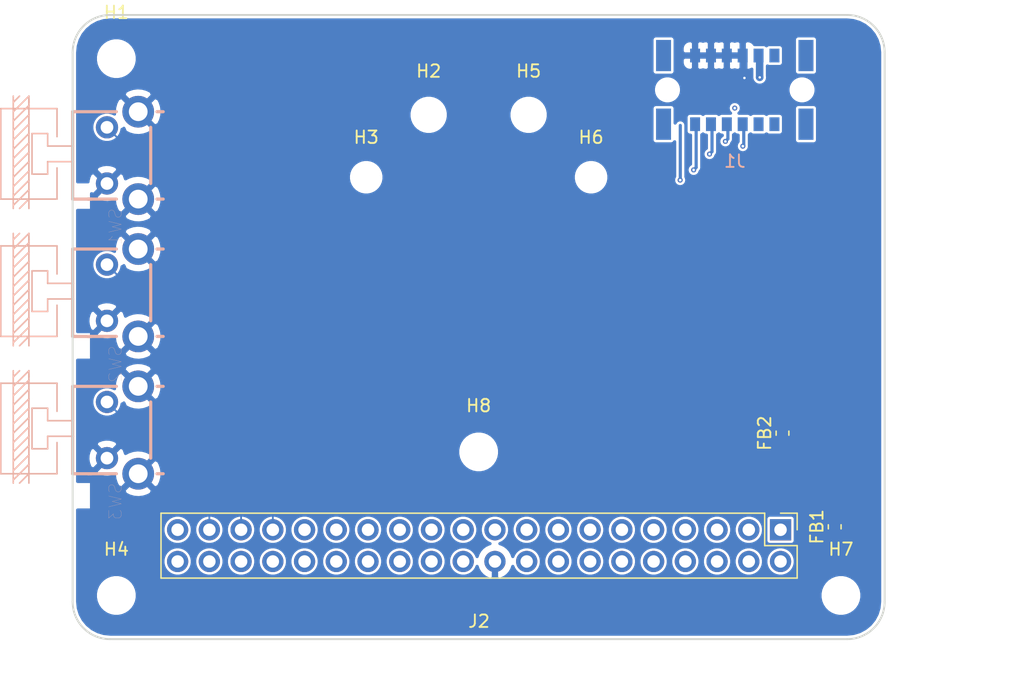
<source format=kicad_pcb>
(kicad_pcb (version 20171130) (host pcbnew "(5.1.5-0)")

  (general
    (thickness 1.6)
    (drawings 14)
    (tracks 30)
    (zones 0)
    (modules 15)
    (nets 15)
  )

  (page A4)
  (layers
    (0 F.Cu signal)
    (1 In1.Cu signal hide)
    (2 In2.Cu signal hide)
    (31 B.Cu signal)
    (32 B.Adhes user)
    (33 F.Adhes user)
    (34 B.Paste user)
    (35 F.Paste user)
    (36 B.SilkS user)
    (37 F.SilkS user)
    (38 B.Mask user)
    (39 F.Mask user)
    (40 Dwgs.User user)
    (41 Cmts.User user)
    (42 Eco1.User user)
    (43 Eco2.User user)
    (44 Edge.Cuts user)
    (45 Margin user)
    (46 B.CrtYd user)
    (47 F.CrtYd user)
    (48 B.Fab user)
    (49 F.Fab user)
  )

  (setup
    (last_trace_width 0.15)
    (user_trace_width 0.15)
    (user_trace_width 0.2)
    (user_trace_width 0.25)
    (user_trace_width 0.4)
    (user_trace_width 0.5)
    (user_trace_width 0.6)
    (user_trace_width 1)
    (user_trace_width 2)
    (trace_clearance 0.2)
    (zone_clearance 0.2)
    (zone_45_only yes)
    (trace_min 0.15)
    (via_size 0.4)
    (via_drill 0.2)
    (via_min_size 0.4)
    (via_min_drill 0.2)
    (uvia_size 0.3)
    (uvia_drill 0.1)
    (uvias_allowed no)
    (uvia_min_size 0.2)
    (uvia_min_drill 0.1)
    (edge_width 0.15)
    (segment_width 0.15)
    (pcb_text_width 0.3)
    (pcb_text_size 1.5 1.5)
    (mod_edge_width 0.15)
    (mod_text_size 0.6 0.6)
    (mod_text_width 0.09)
    (pad_size 2.7 2.7)
    (pad_drill 2.7)
    (pad_to_mask_clearance 0.1)
    (aux_axis_origin 106.5 61.5)
    (visible_elements 7FFFFE3F)
    (pcbplotparams
      (layerselection 0x010fc_fffffff9)
      (usegerberextensions false)
      (usegerberattributes false)
      (usegerberadvancedattributes false)
      (creategerberjobfile false)
      (excludeedgelayer false)
      (linewidth 0.100000)
      (plotframeref false)
      (viasonmask false)
      (mode 1)
      (useauxorigin false)
      (hpglpennumber 1)
      (hpglpenspeed 20)
      (hpglpendiameter 15.000000)
      (psnegative false)
      (psa4output false)
      (plotreference true)
      (plotvalue false)
      (plotinvisibletext false)
      (padsonsilk true)
      (subtractmaskfromsilk false)
      (outputformat 1)
      (mirror false)
      (drillshape 0)
      (scaleselection 1)
      (outputdirectory "prod"))
  )

  (net 0 "")
  (net 1 /P5V_HAT)
  (net 2 /ADC_~CE)
  (net 3 /ADC_~DRDY)
  (net 4 /SPI0_SCLK)
  (net 5 /P3V3_HAT)
  (net 6 /SPI0_MISO)
  (net 7 /SPI0_MOSI)
  (net 8 /GPCLK)
  (net 9 /GND)
  (net 10 /B2)
  (net 11 "Net-(FB2-Pad2)")
  (net 12 "Net-(FB1-Pad2)")
  (net 13 /B3)
  (net 14 /B1)

  (net_class Default "This is the default net class."
    (clearance 0.2)
    (trace_width 0.15)
    (via_dia 0.4)
    (via_drill 0.2)
    (uvia_dia 0.3)
    (uvia_drill 0.1)
    (add_net /ADC_~CE)
    (add_net /ADC_~DRDY)
    (add_net /B1)
    (add_net /B2)
    (add_net /B3)
    (add_net /GND)
    (add_net /GPCLK)
    (add_net /P3V3_HAT)
    (add_net /P5V_HAT)
    (add_net /SPI0_MISO)
    (add_net /SPI0_MOSI)
    (add_net /SPI0_SCLK)
    (add_net "Net-(FB1-Pad2)")
    (add_net "Net-(FB2-Pad2)")
    (add_net "Net-(J2-Pad11)")
    (add_net "Net-(J2-Pad12)")
    (add_net "Net-(J2-Pad13)")
    (add_net "Net-(J2-Pad14)")
    (add_net "Net-(J2-Pad15)")
    (add_net "Net-(J2-Pad16)")
    (add_net "Net-(J2-Pad17)")
    (add_net "Net-(J2-Pad18)")
    (add_net "Net-(J2-Pad22)")
    (add_net "Net-(J2-Pad24)")
    (add_net "Net-(J2-Pad25)")
    (add_net "Net-(J2-Pad27)")
    (add_net "Net-(J2-Pad28)")
    (add_net "Net-(J2-Pad29)")
    (add_net "Net-(J2-Pad3)")
    (add_net "Net-(J2-Pad30)")
    (add_net "Net-(J2-Pad31)")
    (add_net "Net-(J2-Pad32)")
    (add_net "Net-(J2-Pad34)")
    (add_net "Net-(J2-Pad36)")
    (add_net "Net-(J2-Pad38)")
    (add_net "Net-(J2-Pad39)")
    (add_net "Net-(J2-Pad4)")
    (add_net "Net-(J2-Pad40)")
    (add_net "Net-(J2-Pad5)")
    (add_net "Net-(J2-Pad6)")
    (add_net "Net-(J2-Pad8)")
    (add_net "Net-(J2-Pad9)")
  )

  (module B3F-3152:B3F3152 (layer B.Cu) (tedit 5FF4CE77) (tstamp 5FF528D1)
    (at 111.75 98.25 90)
    (path /5FF4D698)
    (fp_text reference SW3 (at -2.215 -1.825 -90) (layer B.SilkS)
      (effects (font (size 1 1) (thickness 0.015)) (justify mirror))
    )
    (fp_text value B3F-3152 (at 9.195 -0.555 -90) (layer B.Fab)
      (effects (font (size 1 1) (thickness 0.015)) (justify mirror))
    )
    (fp_line (start 7.75 -10) (end 8.25 -9.5) (layer B.SilkS) (width 0.127))
    (fp_line (start 0 -8.75) (end -0.75 -9.5) (layer B.SilkS) (width 0.127))
    (fp_line (start 7.75 -10) (end 8.25 -10) (layer B.SilkS) (width 0.127))
    (fp_line (start 7.25 -10) (end 7.75 -10) (layer B.SilkS) (width 0.127))
    (fp_line (start 7.75 -8.75) (end 8.25 -8.75) (layer B.SilkS) (width 0.127))
    (fp_line (start 7 -10) (end 8.25 -8.75) (layer B.SilkS) (width 0.127))
    (fp_line (start 6.25 -10) (end 7.5 -8.75) (layer B.SilkS) (width 0.127))
    (fp_line (start 5.5 -10) (end 6.75 -8.75) (layer B.SilkS) (width 0.127))
    (fp_line (start 4.75 -10) (end 6 -8.75) (layer B.SilkS) (width 0.127))
    (fp_line (start 4 -10) (end 5.25 -8.75) (layer B.SilkS) (width 0.127))
    (fp_line (start 3.25 -10) (end 4.5 -8.75) (layer B.SilkS) (width 0.127))
    (fp_line (start 2.5 -10) (end 3.75 -8.75) (layer B.SilkS) (width 0.127))
    (fp_line (start 1.75 -10) (end 3 -8.75) (layer B.SilkS) (width 0.127))
    (fp_line (start 1 -10) (end 2.25 -8.75) (layer B.SilkS) (width 0.127))
    (fp_line (start 0.25 -10) (end 1.5 -8.75) (layer B.SilkS) (width 0.127))
    (fp_line (start -0.5 -10) (end 0.75 -8.75) (layer B.SilkS) (width 0.127))
    (fp_line (start 7.75 -8.75) (end 8 -8.75) (layer B.SilkS) (width 0.127))
    (fp_line (start 7.5 -8.75) (end 7.75 -8.75) (layer B.SilkS) (width 0.127))
    (fp_line (start 6.75 -8.75) (end 7.5 -8.75) (layer B.SilkS) (width 0.127))
    (fp_line (start 6 -8.75) (end 6.75 -8.75) (layer B.SilkS) (width 0.127))
    (fp_line (start 5.25 -8.75) (end 6 -8.75) (layer B.SilkS) (width 0.127))
    (fp_line (start 4.5 -8.75) (end 5.25 -8.75) (layer B.SilkS) (width 0.127))
    (fp_line (start 3.75 -8.75) (end 4.5 -8.75) (layer B.SilkS) (width 0.127))
    (fp_line (start 3 -8.75) (end 3.75 -8.75) (layer B.SilkS) (width 0.127))
    (fp_line (start 2.25 -8.75) (end 3 -8.75) (layer B.SilkS) (width 0.127))
    (fp_line (start 1.5 -8.75) (end 2.25 -8.75) (layer B.SilkS) (width 0.127))
    (fp_line (start 0.75 -8.75) (end 1.5 -8.75) (layer B.SilkS) (width 0.127))
    (fp_line (start 0 -8.75) (end 0.75 -8.75) (layer B.SilkS) (width 0.127))
    (fp_line (start -0.75 -8.75) (end 0 -8.75) (layer B.SilkS) (width 0.127))
    (fp_line (start 7.75 -10) (end 8 -10) (layer B.SilkS) (width 0.127))
    (fp_line (start 7 -10) (end 7.25 -10) (layer B.SilkS) (width 0.127))
    (fp_line (start 6.25 -10) (end 7 -10) (layer B.SilkS) (width 0.127))
    (fp_line (start 5.5 -10) (end 6.25 -10) (layer B.SilkS) (width 0.127))
    (fp_line (start 4.75 -10) (end 5.5 -10) (layer B.SilkS) (width 0.127))
    (fp_line (start 4 -10) (end 4.75 -10) (layer B.SilkS) (width 0.127))
    (fp_line (start 3.25 -10) (end 4 -10) (layer B.SilkS) (width 0.127))
    (fp_line (start 2.5 -10) (end 3.25 -10) (layer B.SilkS) (width 0.127))
    (fp_line (start 1.75 -10) (end 2.5 -10) (layer B.SilkS) (width 0.127))
    (fp_line (start 1 -10) (end 1.75 -10) (layer B.SilkS) (width 0.127))
    (fp_line (start 0.25 -10) (end 1 -10) (layer B.SilkS) (width 0.127))
    (fp_line (start -0.5 -10) (end 0.25 -10) (layer B.SilkS) (width 0.127))
    (fp_line (start -0.75 -10) (end -0.5 -10) (layer B.SilkS) (width 0.127))
    (fp_line (start 1.25 1) (end 5.75 1) (layer B.SilkS) (width 0.254))
    (fp_line (start 7 -1.75) (end 7 -5.25) (layer B.SilkS) (width 0.254))
    (fp_line (start 0 -1.75) (end 0 -4) (layer B.SilkS) (width 0.254))
    (fp_line (start 7 2) (end 7 1.5) (layer B.SilkS) (width 0.254))
    (fp_line (start 0 2) (end 0 1.5) (layer B.SilkS) (width 0.254))
    (fp_line (start 7.25 -6.5) (end 5 -6.5) (layer B.SilkS) (width 0.127))
    (fp_line (start 0 -6.5) (end 2.5 -6.5) (layer B.SilkS) (width 0.127))
    (fp_line (start 7.25 -10) (end 7.25 -6.5) (layer B.SilkS) (width 0.127))
    (fp_line (start 7.25 -11) (end 7.25 -10) (layer B.SilkS) (width 0.127))
    (fp_line (start 0 -11) (end 7.25 -11) (layer B.SilkS) (width 0.127))
    (fp_line (start 0 -8.75) (end 0 -6.5) (layer B.SilkS) (width 0.127))
    (fp_line (start 0 -11) (end 0 -8.75) (layer B.SilkS) (width 0.127))
    (fp_line (start 5.25 -7.25) (end 4.25 -7.25) (layer B.SilkS) (width 0.127))
    (fp_line (start 5.25 -8.5) (end 5.25 -7.25) (layer B.SilkS) (width 0.127))
    (fp_line (start 2 -8.5) (end 5.25 -8.5) (layer B.SilkS) (width 0.127))
    (fp_line (start 2 -7.25) (end 2 -8.5) (layer B.SilkS) (width 0.127))
    (fp_line (start 3 -7.25) (end 2 -7.25) (layer B.SilkS) (width 0.127))
    (fp_line (start 4.25 -5.25) (end 4.25 -7.25) (layer B.SilkS) (width 0.127))
    (fp_line (start 3 -5.25) (end 3 -7.25) (layer B.SilkS) (width 0.127))
    (fp_line (start 0 -4) (end 0 -5.25) (layer B.SilkS) (width 0.254))
    (fp_line (start 0 -3.75) (end 0 -4) (layer B.SilkS) (width 0.254))
    (fp_line (start 4.25 -5.25) (end 7 -5.25) (layer B.SilkS) (width 0.254))
    (fp_line (start 3 -5.25) (end 4.25 -5.25) (layer B.SilkS) (width 0.254))
    (fp_line (start 0 -5.25) (end 3 -5.25) (layer B.SilkS) (width 0.254))
    (pad 2 thru_hole circle (at 5.75 -2.5 90) (size 1.778 1.778) (drill 1.016) (layers *.Cu *.Mask)
      (net 13 /B3))
    (pad 1 thru_hole circle (at 1.25 -2.5 90) (size 1.778 1.778) (drill 1.016) (layers *.Cu *.Mask)
      (net 9 /GND))
    (pad GND@2 thru_hole circle (at 7 0 90) (size 2.54 2.54) (drill 1.5) (layers *.Cu *.Mask)
      (net 9 /GND))
    (pad GND@1 thru_hole circle (at 0 0 90) (size 2.54 2.54) (drill 1.5) (layers *.Cu *.Mask)
      (net 9 /GND))
    (model /Users/paul.lebel/Downloads/B3F-3152/B3F-3152.step
      (offset (xyz 5.75 -2.5 0))
      (scale (xyz 1 1 1))
      (rotate (xyz -90 0 0))
    )
  )

  (module B3F-3152:B3F3152 (layer B.Cu) (tedit 5FF4CE77) (tstamp 5FF52561)
    (at 111.75 87.25 90)
    (path /5FF4BB39)
    (fp_text reference SW2 (at -2.215 -1.825 -90) (layer B.SilkS)
      (effects (font (size 1 1) (thickness 0.015)) (justify mirror))
    )
    (fp_text value B3F-3152 (at 9.195 -0.555 -90) (layer B.Fab)
      (effects (font (size 1 1) (thickness 0.015)) (justify mirror))
    )
    (fp_line (start 7.75 -10) (end 8.25 -9.5) (layer B.SilkS) (width 0.127))
    (fp_line (start 0 -8.75) (end -0.75 -9.5) (layer B.SilkS) (width 0.127))
    (fp_line (start 7.75 -10) (end 8.25 -10) (layer B.SilkS) (width 0.127))
    (fp_line (start 7.25 -10) (end 7.75 -10) (layer B.SilkS) (width 0.127))
    (fp_line (start 7.75 -8.75) (end 8.25 -8.75) (layer B.SilkS) (width 0.127))
    (fp_line (start 7 -10) (end 8.25 -8.75) (layer B.SilkS) (width 0.127))
    (fp_line (start 6.25 -10) (end 7.5 -8.75) (layer B.SilkS) (width 0.127))
    (fp_line (start 5.5 -10) (end 6.75 -8.75) (layer B.SilkS) (width 0.127))
    (fp_line (start 4.75 -10) (end 6 -8.75) (layer B.SilkS) (width 0.127))
    (fp_line (start 4 -10) (end 5.25 -8.75) (layer B.SilkS) (width 0.127))
    (fp_line (start 3.25 -10) (end 4.5 -8.75) (layer B.SilkS) (width 0.127))
    (fp_line (start 2.5 -10) (end 3.75 -8.75) (layer B.SilkS) (width 0.127))
    (fp_line (start 1.75 -10) (end 3 -8.75) (layer B.SilkS) (width 0.127))
    (fp_line (start 1 -10) (end 2.25 -8.75) (layer B.SilkS) (width 0.127))
    (fp_line (start 0.25 -10) (end 1.5 -8.75) (layer B.SilkS) (width 0.127))
    (fp_line (start -0.5 -10) (end 0.75 -8.75) (layer B.SilkS) (width 0.127))
    (fp_line (start 7.75 -8.75) (end 8 -8.75) (layer B.SilkS) (width 0.127))
    (fp_line (start 7.5 -8.75) (end 7.75 -8.75) (layer B.SilkS) (width 0.127))
    (fp_line (start 6.75 -8.75) (end 7.5 -8.75) (layer B.SilkS) (width 0.127))
    (fp_line (start 6 -8.75) (end 6.75 -8.75) (layer B.SilkS) (width 0.127))
    (fp_line (start 5.25 -8.75) (end 6 -8.75) (layer B.SilkS) (width 0.127))
    (fp_line (start 4.5 -8.75) (end 5.25 -8.75) (layer B.SilkS) (width 0.127))
    (fp_line (start 3.75 -8.75) (end 4.5 -8.75) (layer B.SilkS) (width 0.127))
    (fp_line (start 3 -8.75) (end 3.75 -8.75) (layer B.SilkS) (width 0.127))
    (fp_line (start 2.25 -8.75) (end 3 -8.75) (layer B.SilkS) (width 0.127))
    (fp_line (start 1.5 -8.75) (end 2.25 -8.75) (layer B.SilkS) (width 0.127))
    (fp_line (start 0.75 -8.75) (end 1.5 -8.75) (layer B.SilkS) (width 0.127))
    (fp_line (start 0 -8.75) (end 0.75 -8.75) (layer B.SilkS) (width 0.127))
    (fp_line (start -0.75 -8.75) (end 0 -8.75) (layer B.SilkS) (width 0.127))
    (fp_line (start 7.75 -10) (end 8 -10) (layer B.SilkS) (width 0.127))
    (fp_line (start 7 -10) (end 7.25 -10) (layer B.SilkS) (width 0.127))
    (fp_line (start 6.25 -10) (end 7 -10) (layer B.SilkS) (width 0.127))
    (fp_line (start 5.5 -10) (end 6.25 -10) (layer B.SilkS) (width 0.127))
    (fp_line (start 4.75 -10) (end 5.5 -10) (layer B.SilkS) (width 0.127))
    (fp_line (start 4 -10) (end 4.75 -10) (layer B.SilkS) (width 0.127))
    (fp_line (start 3.25 -10) (end 4 -10) (layer B.SilkS) (width 0.127))
    (fp_line (start 2.5 -10) (end 3.25 -10) (layer B.SilkS) (width 0.127))
    (fp_line (start 1.75 -10) (end 2.5 -10) (layer B.SilkS) (width 0.127))
    (fp_line (start 1 -10) (end 1.75 -10) (layer B.SilkS) (width 0.127))
    (fp_line (start 0.25 -10) (end 1 -10) (layer B.SilkS) (width 0.127))
    (fp_line (start -0.5 -10) (end 0.25 -10) (layer B.SilkS) (width 0.127))
    (fp_line (start -0.75 -10) (end -0.5 -10) (layer B.SilkS) (width 0.127))
    (fp_line (start 1.25 1) (end 5.75 1) (layer B.SilkS) (width 0.254))
    (fp_line (start 7 -1.75) (end 7 -5.25) (layer B.SilkS) (width 0.254))
    (fp_line (start 0 -1.75) (end 0 -4) (layer B.SilkS) (width 0.254))
    (fp_line (start 7 2) (end 7 1.5) (layer B.SilkS) (width 0.254))
    (fp_line (start 0 2) (end 0 1.5) (layer B.SilkS) (width 0.254))
    (fp_line (start 7.25 -6.5) (end 5 -6.5) (layer B.SilkS) (width 0.127))
    (fp_line (start 0 -6.5) (end 2.5 -6.5) (layer B.SilkS) (width 0.127))
    (fp_line (start 7.25 -10) (end 7.25 -6.5) (layer B.SilkS) (width 0.127))
    (fp_line (start 7.25 -11) (end 7.25 -10) (layer B.SilkS) (width 0.127))
    (fp_line (start 0 -11) (end 7.25 -11) (layer B.SilkS) (width 0.127))
    (fp_line (start 0 -8.75) (end 0 -6.5) (layer B.SilkS) (width 0.127))
    (fp_line (start 0 -11) (end 0 -8.75) (layer B.SilkS) (width 0.127))
    (fp_line (start 5.25 -7.25) (end 4.25 -7.25) (layer B.SilkS) (width 0.127))
    (fp_line (start 5.25 -8.5) (end 5.25 -7.25) (layer B.SilkS) (width 0.127))
    (fp_line (start 2 -8.5) (end 5.25 -8.5) (layer B.SilkS) (width 0.127))
    (fp_line (start 2 -7.25) (end 2 -8.5) (layer B.SilkS) (width 0.127))
    (fp_line (start 3 -7.25) (end 2 -7.25) (layer B.SilkS) (width 0.127))
    (fp_line (start 4.25 -5.25) (end 4.25 -7.25) (layer B.SilkS) (width 0.127))
    (fp_line (start 3 -5.25) (end 3 -7.25) (layer B.SilkS) (width 0.127))
    (fp_line (start 0 -4) (end 0 -5.25) (layer B.SilkS) (width 0.254))
    (fp_line (start 0 -3.75) (end 0 -4) (layer B.SilkS) (width 0.254))
    (fp_line (start 4.25 -5.25) (end 7 -5.25) (layer B.SilkS) (width 0.254))
    (fp_line (start 3 -5.25) (end 4.25 -5.25) (layer B.SilkS) (width 0.254))
    (fp_line (start 0 -5.25) (end 3 -5.25) (layer B.SilkS) (width 0.254))
    (pad 2 thru_hole circle (at 5.75 -2.5 90) (size 1.778 1.778) (drill 1.016) (layers *.Cu *.Mask)
      (net 10 /B2))
    (pad 1 thru_hole circle (at 1.25 -2.5 90) (size 1.778 1.778) (drill 1.016) (layers *.Cu *.Mask)
      (net 9 /GND))
    (pad GND@2 thru_hole circle (at 7 0 90) (size 2.54 2.54) (drill 1.5) (layers *.Cu *.Mask)
      (net 9 /GND))
    (pad GND@1 thru_hole circle (at 0 0 90) (size 2.54 2.54) (drill 1.5) (layers *.Cu *.Mask)
      (net 9 /GND))
    (model /Users/paul.lebel/Downloads/B3F-3152/B3F-3152.step
      (offset (xyz 5.75 -2.5 0))
      (scale (xyz 1 1 1))
      (rotate (xyz -90 0 0))
    )
  )

  (module B3F-3152:B3F3152 (layer B.Cu) (tedit 5FF4CE77) (tstamp 5FF54646)
    (at 111.75 76.25 90)
    (path /5FF4AA93)
    (fp_text reference SW1 (at -2.215 -1.825 -90) (layer B.SilkS)
      (effects (font (size 1 1) (thickness 0.015)) (justify mirror))
    )
    (fp_text value B3F-3152 (at 9.195 -0.555 -90) (layer B.Fab)
      (effects (font (size 1 1) (thickness 0.015)) (justify mirror))
    )
    (fp_line (start 7.75 -10) (end 8.25 -9.5) (layer B.SilkS) (width 0.127))
    (fp_line (start 0 -8.75) (end -0.75 -9.5) (layer B.SilkS) (width 0.127))
    (fp_line (start 7.75 -10) (end 8.25 -10) (layer B.SilkS) (width 0.127))
    (fp_line (start 7.25 -10) (end 7.75 -10) (layer B.SilkS) (width 0.127))
    (fp_line (start 7.75 -8.75) (end 8.25 -8.75) (layer B.SilkS) (width 0.127))
    (fp_line (start 7 -10) (end 8.25 -8.75) (layer B.SilkS) (width 0.127))
    (fp_line (start 6.25 -10) (end 7.5 -8.75) (layer B.SilkS) (width 0.127))
    (fp_line (start 5.5 -10) (end 6.75 -8.75) (layer B.SilkS) (width 0.127))
    (fp_line (start 4.75 -10) (end 6 -8.75) (layer B.SilkS) (width 0.127))
    (fp_line (start 4 -10) (end 5.25 -8.75) (layer B.SilkS) (width 0.127))
    (fp_line (start 3.25 -10) (end 4.5 -8.75) (layer B.SilkS) (width 0.127))
    (fp_line (start 2.5 -10) (end 3.75 -8.75) (layer B.SilkS) (width 0.127))
    (fp_line (start 1.75 -10) (end 3 -8.75) (layer B.SilkS) (width 0.127))
    (fp_line (start 1 -10) (end 2.25 -8.75) (layer B.SilkS) (width 0.127))
    (fp_line (start 0.25 -10) (end 1.5 -8.75) (layer B.SilkS) (width 0.127))
    (fp_line (start -0.5 -10) (end 0.75 -8.75) (layer B.SilkS) (width 0.127))
    (fp_line (start 7.75 -8.75) (end 8 -8.75) (layer B.SilkS) (width 0.127))
    (fp_line (start 7.5 -8.75) (end 7.75 -8.75) (layer B.SilkS) (width 0.127))
    (fp_line (start 6.75 -8.75) (end 7.5 -8.75) (layer B.SilkS) (width 0.127))
    (fp_line (start 6 -8.75) (end 6.75 -8.75) (layer B.SilkS) (width 0.127))
    (fp_line (start 5.25 -8.75) (end 6 -8.75) (layer B.SilkS) (width 0.127))
    (fp_line (start 4.5 -8.75) (end 5.25 -8.75) (layer B.SilkS) (width 0.127))
    (fp_line (start 3.75 -8.75) (end 4.5 -8.75) (layer B.SilkS) (width 0.127))
    (fp_line (start 3 -8.75) (end 3.75 -8.75) (layer B.SilkS) (width 0.127))
    (fp_line (start 2.25 -8.75) (end 3 -8.75) (layer B.SilkS) (width 0.127))
    (fp_line (start 1.5 -8.75) (end 2.25 -8.75) (layer B.SilkS) (width 0.127))
    (fp_line (start 0.75 -8.75) (end 1.5 -8.75) (layer B.SilkS) (width 0.127))
    (fp_line (start 0 -8.75) (end 0.75 -8.75) (layer B.SilkS) (width 0.127))
    (fp_line (start -0.75 -8.75) (end 0 -8.75) (layer B.SilkS) (width 0.127))
    (fp_line (start 7.75 -10) (end 8 -10) (layer B.SilkS) (width 0.127))
    (fp_line (start 7 -10) (end 7.25 -10) (layer B.SilkS) (width 0.127))
    (fp_line (start 6.25 -10) (end 7 -10) (layer B.SilkS) (width 0.127))
    (fp_line (start 5.5 -10) (end 6.25 -10) (layer B.SilkS) (width 0.127))
    (fp_line (start 4.75 -10) (end 5.5 -10) (layer B.SilkS) (width 0.127))
    (fp_line (start 4 -10) (end 4.75 -10) (layer B.SilkS) (width 0.127))
    (fp_line (start 3.25 -10) (end 4 -10) (layer B.SilkS) (width 0.127))
    (fp_line (start 2.5 -10) (end 3.25 -10) (layer B.SilkS) (width 0.127))
    (fp_line (start 1.75 -10) (end 2.5 -10) (layer B.SilkS) (width 0.127))
    (fp_line (start 1 -10) (end 1.75 -10) (layer B.SilkS) (width 0.127))
    (fp_line (start 0.25 -10) (end 1 -10) (layer B.SilkS) (width 0.127))
    (fp_line (start -0.5 -10) (end 0.25 -10) (layer B.SilkS) (width 0.127))
    (fp_line (start -0.75 -10) (end -0.5 -10) (layer B.SilkS) (width 0.127))
    (fp_line (start 1.25 1) (end 5.75 1) (layer B.SilkS) (width 0.254))
    (fp_line (start 7 -1.75) (end 7 -5.25) (layer B.SilkS) (width 0.254))
    (fp_line (start 0 -1.75) (end 0 -4) (layer B.SilkS) (width 0.254))
    (fp_line (start 7 2) (end 7 1.5) (layer B.SilkS) (width 0.254))
    (fp_line (start 0 2) (end 0 1.5) (layer B.SilkS) (width 0.254))
    (fp_line (start 7.25 -6.5) (end 5 -6.5) (layer B.SilkS) (width 0.127))
    (fp_line (start 0 -6.5) (end 2.5 -6.5) (layer B.SilkS) (width 0.127))
    (fp_line (start 7.25 -10) (end 7.25 -6.5) (layer B.SilkS) (width 0.127))
    (fp_line (start 7.25 -11) (end 7.25 -10) (layer B.SilkS) (width 0.127))
    (fp_line (start 0 -11) (end 7.25 -11) (layer B.SilkS) (width 0.127))
    (fp_line (start 0 -8.75) (end 0 -6.5) (layer B.SilkS) (width 0.127))
    (fp_line (start 0 -11) (end 0 -8.75) (layer B.SilkS) (width 0.127))
    (fp_line (start 5.25 -7.25) (end 4.25 -7.25) (layer B.SilkS) (width 0.127))
    (fp_line (start 5.25 -8.5) (end 5.25 -7.25) (layer B.SilkS) (width 0.127))
    (fp_line (start 2 -8.5) (end 5.25 -8.5) (layer B.SilkS) (width 0.127))
    (fp_line (start 2 -7.25) (end 2 -8.5) (layer B.SilkS) (width 0.127))
    (fp_line (start 3 -7.25) (end 2 -7.25) (layer B.SilkS) (width 0.127))
    (fp_line (start 4.25 -5.25) (end 4.25 -7.25) (layer B.SilkS) (width 0.127))
    (fp_line (start 3 -5.25) (end 3 -7.25) (layer B.SilkS) (width 0.127))
    (fp_line (start 0 -4) (end 0 -5.25) (layer B.SilkS) (width 0.254))
    (fp_line (start 0 -3.75) (end 0 -4) (layer B.SilkS) (width 0.254))
    (fp_line (start 4.25 -5.25) (end 7 -5.25) (layer B.SilkS) (width 0.254))
    (fp_line (start 3 -5.25) (end 4.25 -5.25) (layer B.SilkS) (width 0.254))
    (fp_line (start 0 -5.25) (end 3 -5.25) (layer B.SilkS) (width 0.254))
    (pad 2 thru_hole circle (at 5.75 -2.5 90) (size 1.778 1.778) (drill 1.016) (layers *.Cu *.Mask)
      (net 14 /B1))
    (pad 1 thru_hole circle (at 1.25 -2.5 90) (size 1.778 1.778) (drill 1.016) (layers *.Cu *.Mask)
      (net 9 /GND))
    (pad GND@2 thru_hole circle (at 7 0 90) (size 2.54 2.54) (drill 1.5) (layers *.Cu *.Mask)
      (net 9 /GND))
    (pad GND@1 thru_hole circle (at 0 0 90) (size 2.54 2.54) (drill 1.5) (layers *.Cu *.Mask)
      (net 9 /GND))
    (model /Users/paul.lebel/Downloads/B3F-3152/B3F-3152.step
      (offset (xyz 5.75 -2.5 0))
      (scale (xyz 1 1 1))
      (rotate (xyz -90 0 0))
    )
  )

  (module MountingHole:MountingHole_2.5mm (layer F.Cu) (tedit 56D1B4CB) (tstamp 5FF540E1)
    (at 143 69.5)
    (descr "Mounting Hole 2.5mm, no annular")
    (tags "mounting hole 2.5mm no annular")
    (path /5F993CFE)
    (attr virtual)
    (fp_text reference H5 (at 0 -3.5) (layer F.SilkS)
      (effects (font (size 1 1) (thickness 0.15)))
    )
    (fp_text value MountingHole (at 0 3.5) (layer F.Fab)
      (effects (font (size 1 1) (thickness 0.15)))
    )
    (fp_circle (center 0 0) (end 2.75 0) (layer F.CrtYd) (width 0.05))
    (fp_circle (center 0 0) (end 2.5 0) (layer Cmts.User) (width 0.15))
    (fp_text user %R (at 0.3 0) (layer F.Fab)
      (effects (font (size 1 1) (thickness 0.15)))
    )
    (pad 1 np_thru_hole circle (at 0 0) (size 2.5 2.5) (drill 2.5) (layers *.Cu *.Mask))
  )

  (module MountingHole:MountingHole_2.7mm_M2.5 (layer F.Cu) (tedit 56D1B4CB) (tstamp 5FD847AB)
    (at 139 96.5)
    (descr "Mounting Hole 2.7mm, no annular, M2.5")
    (tags "mounting hole 2.7mm no annular m2.5")
    (path /5F90ED96)
    (attr virtual)
    (fp_text reference H8 (at 0 -3.7) (layer F.SilkS)
      (effects (font (size 1 1) (thickness 0.15)))
    )
    (fp_text value MountingHole (at 0 3.7) (layer F.Fab)
      (effects (font (size 1 1) (thickness 0.15)))
    )
    (fp_circle (center 0 0) (end 2.95 0) (layer F.CrtYd) (width 0.05))
    (fp_circle (center 0 0) (end 2.7 0) (layer Cmts.User) (width 0.15))
    (fp_text user %R (at 0.3 0) (layer F.Fab)
      (effects (font (size 1 1) (thickness 0.15)))
    )
    (pad 1 np_thru_hole circle (at 0 0) (size 2.7 2.7) (drill 2.7) (layers *.Cu *.Mask))
  )

  (module Connector_PinSocket_2.54mm:PinSocket_2x20_P2.54mm_Vertical (layer F.Cu) (tedit 5F965E14) (tstamp 5F967F8B)
    (at 139.03 104.011)
    (descr "Through hole straight socket strip, 2x20, 2.54mm pitch, double cols (from Kicad 4.0.7), script generated")
    (tags "Through hole socket strip THT 2x20 2.54mm double row")
    (path /5F98B4F4)
    (fp_text reference J2 (at 0 6.055) (layer F.SilkS)
      (effects (font (size 1 1) (thickness 0.15)))
    )
    (fp_text value RPi_SockerHeader (at 0.4 4.255) (layer F.Fab)
      (effects (font (size 1 1) (thickness 0.15)))
    )
    (fp_text user %R (at 0.0049 -0.003 180) (layer F.Fab)
      (effects (font (size 1 1) (thickness 0.15)))
    )
    (fp_line (start -25.8651 3.067) (end 25.9349 3.067) (layer F.CrtYd) (width 0.05))
    (fp_line (start -25.8651 -3.033) (end -25.8651 3.067) (layer F.CrtYd) (width 0.05))
    (fp_line (start 25.9349 -3.033) (end -25.8651 -3.033) (layer F.CrtYd) (width 0.05))
    (fp_line (start 25.9349 3.067) (end 25.9349 -3.033) (layer F.CrtYd) (width 0.05))
    (fp_line (start 25.4649 -1.273) (end 25.4649 -2.603) (layer F.SilkS) (width 0.12))
    (fp_line (start 25.4649 -2.603) (end 24.1349 -2.603) (layer F.SilkS) (width 0.12))
    (fp_line (start 25.4649 -0.003) (end 22.8649 -0.003) (layer F.SilkS) (width 0.12))
    (fp_line (start 22.8649 -0.003) (end 22.8649 -2.603) (layer F.SilkS) (width 0.12))
    (fp_line (start 22.8649 -2.603) (end -25.4551 -2.603) (layer F.SilkS) (width 0.12))
    (fp_line (start -25.4551 2.597) (end -25.4551 -2.603) (layer F.SilkS) (width 0.12))
    (fp_line (start 25.4649 2.597) (end -25.4551 2.597) (layer F.SilkS) (width 0.12))
    (fp_line (start 25.4649 2.597) (end 25.4649 -0.003) (layer F.SilkS) (width 0.12))
    (fp_line (start -25.3951 2.537) (end 25.4049 2.537) (layer F.Fab) (width 0.1))
    (fp_line (start -25.3951 -2.543) (end -25.3951 2.537) (layer F.Fab) (width 0.1))
    (fp_line (start 24.4049 -2.543) (end -25.3951 -2.543) (layer F.Fab) (width 0.1))
    (fp_line (start 25.4049 -1.543) (end 24.4049 -2.543) (layer F.Fab) (width 0.1))
    (fp_line (start 25.4049 2.537) (end 25.4049 -1.543) (layer F.Fab) (width 0.1))
    (pad 40 thru_hole oval (at -24.1251 1.267 90) (size 1.7 1.7) (drill 1) (layers *.Cu *.Mask))
    (pad 39 thru_hole oval (at -24.1251 -1.273 90) (size 1.7 1.7) (drill 1) (layers *.Cu *.Mask))
    (pad 38 thru_hole oval (at -21.5851 1.267 90) (size 1.7 1.7) (drill 1) (layers *.Cu *.Mask))
    (pad 37 thru_hole oval (at -21.5851 -1.273 90) (size 1.7 1.7) (drill 1) (layers *.Cu *.Mask)
      (net 13 /B3))
    (pad 36 thru_hole oval (at -19.0451 1.267 90) (size 1.7 1.7) (drill 1) (layers *.Cu *.Mask))
    (pad 35 thru_hole oval (at -19.0451 -1.273 90) (size 1.7 1.7) (drill 1) (layers *.Cu *.Mask)
      (net 10 /B2))
    (pad 34 thru_hole oval (at -16.5051 1.267 90) (size 1.7 1.7) (drill 1) (layers *.Cu *.Mask))
    (pad 33 thru_hole oval (at -16.5051 -1.273 90) (size 1.7 1.7) (drill 1) (layers *.Cu *.Mask)
      (net 14 /B1))
    (pad 32 thru_hole oval (at -13.9651 1.267 90) (size 1.7 1.7) (drill 1) (layers *.Cu *.Mask))
    (pad 31 thru_hole oval (at -13.9651 -1.273 90) (size 1.7 1.7) (drill 1) (layers *.Cu *.Mask))
    (pad 30 thru_hole oval (at -11.4251 1.267 90) (size 1.7 1.7) (drill 1) (layers *.Cu *.Mask))
    (pad 29 thru_hole oval (at -11.4251 -1.273 90) (size 1.7 1.7) (drill 1) (layers *.Cu *.Mask))
    (pad 28 thru_hole oval (at -8.8851 1.267 90) (size 1.7 1.7) (drill 1) (layers *.Cu *.Mask))
    (pad 27 thru_hole oval (at -8.8851 -1.273 90) (size 1.7 1.7) (drill 1) (layers *.Cu *.Mask))
    (pad 26 thru_hole oval (at -6.3451 1.267 90) (size 1.7 1.7) (drill 1) (layers *.Cu *.Mask)
      (net 2 /ADC_~CE))
    (pad 25 thru_hole oval (at -6.3451 -1.273 90) (size 1.7 1.7) (drill 1) (layers *.Cu *.Mask))
    (pad 24 thru_hole oval (at -3.8051 1.267 90) (size 1.7 1.7) (drill 1) (layers *.Cu *.Mask))
    (pad 23 thru_hole oval (at -3.8051 -1.273 90) (size 1.7 1.7) (drill 1) (layers *.Cu *.Mask)
      (net 4 /SPI0_SCLK))
    (pad 22 thru_hole oval (at -1.2651 1.267 90) (size 1.7 1.7) (drill 1) (layers *.Cu *.Mask))
    (pad 21 thru_hole oval (at -1.2651 -1.273 90) (size 1.7 1.7) (drill 1) (layers *.Cu *.Mask)
      (net 6 /SPI0_MISO))
    (pad 20 thru_hole oval (at 1.2749 1.267 90) (size 1.7 1.7) (drill 1) (layers *.Cu *.Mask)
      (net 9 /GND))
    (pad 19 thru_hole oval (at 1.2749 -1.273 90) (size 1.7 1.7) (drill 1) (layers *.Cu *.Mask)
      (net 7 /SPI0_MOSI))
    (pad 18 thru_hole oval (at 3.8149 1.267 90) (size 1.7 1.7) (drill 1) (layers *.Cu *.Mask))
    (pad 17 thru_hole oval (at 3.8149 -1.273 90) (size 1.7 1.7) (drill 1) (layers *.Cu *.Mask))
    (pad 16 thru_hole oval (at 6.3549 1.267 90) (size 1.7 1.7) (drill 1) (layers *.Cu *.Mask))
    (pad 15 thru_hole oval (at 6.3549 -1.273 90) (size 1.7 1.7) (drill 1) (layers *.Cu *.Mask))
    (pad 14 thru_hole oval (at 8.8949 1.267 90) (size 1.7 1.7) (drill 1) (layers *.Cu *.Mask))
    (pad 13 thru_hole oval (at 8.8949 -1.273 90) (size 1.7 1.7) (drill 1) (layers *.Cu *.Mask))
    (pad 12 thru_hole oval (at 11.4349 1.267 90) (size 1.7 1.7) (drill 1) (layers *.Cu *.Mask))
    (pad 11 thru_hole oval (at 11.4349 -1.273 90) (size 1.7 1.7) (drill 1) (layers *.Cu *.Mask))
    (pad 10 thru_hole oval (at 13.9749 1.267 90) (size 1.7 1.7) (drill 1) (layers *.Cu *.Mask)
      (net 3 /ADC_~DRDY))
    (pad 9 thru_hole oval (at 13.9749 -1.273 90) (size 1.7 1.7) (drill 1) (layers *.Cu *.Mask))
    (pad 8 thru_hole oval (at 16.5149 1.267 90) (size 1.7 1.7) (drill 1) (layers *.Cu *.Mask))
    (pad 7 thru_hole oval (at 16.5149 -1.273 90) (size 1.7 1.7) (drill 1) (layers *.Cu *.Mask)
      (net 8 /GPCLK))
    (pad 6 thru_hole oval (at 19.0549 1.267 90) (size 1.7 1.7) (drill 1) (layers *.Cu *.Mask))
    (pad 5 thru_hole oval (at 19.0549 -1.273 90) (size 1.7 1.7) (drill 1) (layers *.Cu *.Mask))
    (pad 4 thru_hole oval (at 21.5949 1.267 90) (size 1.7 1.7) (drill 1) (layers *.Cu *.Mask))
    (pad 3 thru_hole oval (at 21.5949 -1.273 90) (size 1.7 1.7) (drill 1) (layers *.Cu *.Mask))
    (pad 2 thru_hole oval (at 24.1349 1.267 90) (size 1.7 1.7) (drill 1) (layers *.Cu *.Mask)
      (net 1 /P5V_HAT))
    (pad 1 thru_hole rect (at 24.1349 -1.273 90) (size 1.7 1.7) (drill 1) (layers *.Cu *.Mask)
      (net 5 /P3V3_HAT))
    (model ${KISYS3DMOD}/Connector_PinSocket_2.54mm.3dshapes/PinSocket_2x20_P2.54mm_Vertical.wrl
      (offset (xyz 24.1 -1.25 0))
      (scale (xyz 1 1 1))
      (rotate (xyz 0 0 90))
    )
  )

  (module MountingHole:MountingHole_2.7mm_M2.5 (layer F.Cu) (tedit 56D1B4CB) (tstamp 5F817422)
    (at 168 108)
    (descr "Mounting Hole 2.7mm, no annular, M2.5")
    (tags "mounting hole 2.7mm no annular m2.5")
    (path /5F992965)
    (attr virtual)
    (fp_text reference H7 (at 0 -3.7) (layer F.SilkS)
      (effects (font (size 1 1) (thickness 0.15)))
    )
    (fp_text value MountingHole (at 0 3.7) (layer F.Fab)
      (effects (font (size 1 1) (thickness 0.15)))
    )
    (fp_circle (center 0 0) (end 2.95 0) (layer F.CrtYd) (width 0.05))
    (fp_circle (center 0 0) (end 2.7 0) (layer Cmts.User) (width 0.15))
    (fp_text user %R (at 0.3 0) (layer F.Fab)
      (effects (font (size 1 1) (thickness 0.15)))
    )
    (pad 1 np_thru_hole circle (at 0 0) (size 2.7 2.7) (drill 2.7) (layers *.Cu *.Mask))
  )

  (module MountingHole:MountingHole_2.7mm_M2.5 (layer F.Cu) (tedit 56D1B4CB) (tstamp 5F8172E8)
    (at 110 108)
    (descr "Mounting Hole 2.7mm, no annular, M2.5")
    (tags "mounting hole 2.7mm no annular m2.5")
    (path /5F99265B)
    (attr virtual)
    (fp_text reference H4 (at 0 -3.7) (layer F.SilkS)
      (effects (font (size 1 1) (thickness 0.15)))
    )
    (fp_text value MountingHole (at 0 3.7) (layer F.Fab)
      (effects (font (size 1 1) (thickness 0.15)))
    )
    (fp_circle (center 0 0) (end 2.95 0) (layer F.CrtYd) (width 0.05))
    (fp_circle (center 0 0) (end 2.7 0) (layer Cmts.User) (width 0.15))
    (fp_text user %R (at 0.3 0) (layer F.Fab)
      (effects (font (size 1 1) (thickness 0.15)))
    )
    (pad 1 np_thru_hole circle (at 0 0) (size 2.7 2.7) (drill 2.7) (layers *.Cu *.Mask))
  )

  (module MountingHole:MountingHole_2.7mm_M2.5 (layer F.Cu) (tedit 5FD8481E) (tstamp 5FC7FC65)
    (at 110 65)
    (descr "Mounting Hole 2.7mm, no annular, M2.5")
    (tags "mounting hole 2.7mm no annular m2.5")
    (path /5F990C68)
    (attr virtual)
    (fp_text reference H1 (at 0 -3.7) (layer F.SilkS)
      (effects (font (size 1 1) (thickness 0.15)))
    )
    (fp_text value MountingHole (at 0 3.7) (layer F.Fab)
      (effects (font (size 1 1) (thickness 0.15)))
    )
    (fp_circle (center 0 0) (end 2.95 0) (layer F.CrtYd) (width 0.05))
    (fp_circle (center 0 0) (end 2.7 0) (layer Cmts.User) (width 0.15))
    (fp_text user %R (at 0.3 0) (layer F.Fab)
      (effects (font (size 1 1) (thickness 0.15)))
    )
    (pad "" np_thru_hole circle (at 0 0) (size 2.7 2.7) (drill 2.7) (layers *.Cu *.Mask))
  )

  (module Resistor_SMD:R_0603_1608Metric (layer F.Cu) (tedit 5B301BBD) (tstamp 5F99F035)
    (at 163.322 95 90)
    (descr "Resistor SMD 0603 (1608 Metric), square (rectangular) end terminal, IPC_7351 nominal, (Body size source: http://www.tortai-tech.com/upload/download/2011102023233369053.pdf), generated with kicad-footprint-generator")
    (tags resistor)
    (path /5F966FB4)
    (attr smd)
    (fp_text reference FB2 (at 0 -1.43 90) (layer F.SilkS)
      (effects (font (size 1 1) (thickness 0.15)))
    )
    (fp_text value Ferrite_Bead_Small (at -2.7685 -0.508 180) (layer F.Fab)
      (effects (font (size 1 1) (thickness 0.15)))
    )
    (fp_text user %R (at 0 0 90) (layer F.Fab)
      (effects (font (size 0.4 0.4) (thickness 0.06)))
    )
    (fp_line (start 1.48 0.73) (end -1.48 0.73) (layer F.CrtYd) (width 0.05))
    (fp_line (start 1.48 -0.73) (end 1.48 0.73) (layer F.CrtYd) (width 0.05))
    (fp_line (start -1.48 -0.73) (end 1.48 -0.73) (layer F.CrtYd) (width 0.05))
    (fp_line (start -1.48 0.73) (end -1.48 -0.73) (layer F.CrtYd) (width 0.05))
    (fp_line (start -0.162779 0.51) (end 0.162779 0.51) (layer F.SilkS) (width 0.12))
    (fp_line (start -0.162779 -0.51) (end 0.162779 -0.51) (layer F.SilkS) (width 0.12))
    (fp_line (start 0.8 0.4) (end -0.8 0.4) (layer F.Fab) (width 0.1))
    (fp_line (start 0.8 -0.4) (end 0.8 0.4) (layer F.Fab) (width 0.1))
    (fp_line (start -0.8 -0.4) (end 0.8 -0.4) (layer F.Fab) (width 0.1))
    (fp_line (start -0.8 0.4) (end -0.8 -0.4) (layer F.Fab) (width 0.1))
    (pad 2 smd roundrect (at 0.7875 0 90) (size 0.875 0.95) (layers F.Cu F.Paste F.Mask) (roundrect_rratio 0.25)
      (net 11 "Net-(FB2-Pad2)"))
    (pad 1 smd roundrect (at -0.7875 0 90) (size 0.875 0.95) (layers F.Cu F.Paste F.Mask) (roundrect_rratio 0.25)
      (net 5 /P3V3_HAT))
    (model ${KISYS3DMOD}/Resistor_SMD.3dshapes/R_0603_1608Metric.wrl
      (at (xyz 0 0 0))
      (scale (xyz 1 1 1))
      (rotate (xyz 0 0 0))
    )
  )

  (module Resistor_SMD:R_0603_1608Metric (layer F.Cu) (tedit 5B301BBD) (tstamp 5F99EE52)
    (at 167.5 102.5 90)
    (descr "Resistor SMD 0603 (1608 Metric), square (rectangular) end terminal, IPC_7351 nominal, (Body size source: http://www.tortai-tech.com/upload/download/2011102023233369053.pdf), generated with kicad-footprint-generator")
    (tags resistor)
    (path /5F962070)
    (attr smd)
    (fp_text reference FB1 (at 0 -1.43 90) (layer F.SilkS)
      (effects (font (size 1 1) (thickness 0.15)))
    )
    (fp_text value Ferrite_Bead_Small (at -1.0825 1.86 90) (layer F.Fab)
      (effects (font (size 1 1) (thickness 0.15)))
    )
    (fp_text user %R (at 0 0) (layer F.Fab)
      (effects (font (size 0.4 0.4) (thickness 0.06)))
    )
    (fp_line (start 1.48 0.73) (end -1.48 0.73) (layer F.CrtYd) (width 0.05))
    (fp_line (start 1.48 -0.73) (end 1.48 0.73) (layer F.CrtYd) (width 0.05))
    (fp_line (start -1.48 -0.73) (end 1.48 -0.73) (layer F.CrtYd) (width 0.05))
    (fp_line (start -1.48 0.73) (end -1.48 -0.73) (layer F.CrtYd) (width 0.05))
    (fp_line (start -0.162779 0.51) (end 0.162779 0.51) (layer F.SilkS) (width 0.12))
    (fp_line (start -0.162779 -0.51) (end 0.162779 -0.51) (layer F.SilkS) (width 0.12))
    (fp_line (start 0.8 0.4) (end -0.8 0.4) (layer F.Fab) (width 0.1))
    (fp_line (start 0.8 -0.4) (end 0.8 0.4) (layer F.Fab) (width 0.1))
    (fp_line (start -0.8 -0.4) (end 0.8 -0.4) (layer F.Fab) (width 0.1))
    (fp_line (start -0.8 0.4) (end -0.8 -0.4) (layer F.Fab) (width 0.1))
    (pad 2 smd roundrect (at 0.7875 0 90) (size 0.875 0.95) (layers F.Cu F.Paste F.Mask) (roundrect_rratio 0.25)
      (net 12 "Net-(FB1-Pad2)"))
    (pad 1 smd roundrect (at -0.7875 0 90) (size 0.875 0.95) (layers F.Cu F.Paste F.Mask) (roundrect_rratio 0.25)
      (net 1 /P5V_HAT))
    (model ${KISYS3DMOD}/Resistor_SMD.3dshapes/R_0603_1608Metric.wrl
      (at (xyz 0 0 0))
      (scale (xyz 1 1 1))
      (rotate (xyz 0 0 0))
    )
  )

  (module Luminometer_OPT101_Footprints:Harting_15110122601000 (layer B.Cu) (tedit 5F96EC1C) (tstamp 5F96F369)
    (at 159.5 67.5)
    (path /5F98726C)
    (fp_text reference J1 (at 0 5.715) (layer B.SilkS)
      (effects (font (size 1 1) (thickness 0.15)) (justify mirror))
    )
    (fp_text value Harting_15110122601000 (at 0 -6.35) (layer B.Fab)
      (effects (font (size 1 1) (thickness 0.15)) (justify mirror))
    )
    (fp_line (start -7.62 5) (end -7.62 -5) (layer B.CrtYd) (width 0.12))
    (fp_line (start 7.62 5) (end -7.62 5) (layer B.CrtYd) (width 0.12))
    (fp_line (start 7.62 -5) (end 7.62 5) (layer B.CrtYd) (width 0.12))
    (fp_line (start -7.62 -5) (end 7.62 -5) (layer B.CrtYd) (width 0.12))
    (pad "" np_thru_hole circle (at 5.385 0) (size 1.6 1.6) (drill 1.6) (layers *.Cu *.Mask))
    (pad "" np_thru_hole circle (at -5.385 0) (size 1.6 1.6) (drill 1.6) (layers *.Cu *.Mask))
    (pad "" smd rect (at -5.7 -2.75) (size 1.2 2.5) (layers B.Cu B.Paste B.Mask))
    (pad "" smd rect (at 5.7 -2.75) (size 1.2 2.5) (layers B.Cu B.Paste B.Mask))
    (pad "" smd rect (at 5.7 2.75) (size 1.2 2.5) (layers B.Cu B.Paste B.Mask))
    (pad "" smd rect (at -5.7 2.75) (size 1.2 2.5) (layers B.Cu B.Paste B.Mask))
    (pad b6 smd rect (at -3.175 -2.75) (size 0.8 1.1) (layers B.Cu B.Paste B.Mask)
      (net 9 /GND))
    (pad b5 smd rect (at -1.905 -2.75) (size 0.8 1.1) (layers B.Cu B.Paste B.Mask)
      (net 9 /GND))
    (pad b4 smd rect (at -0.635 -2.75) (size 0.8 1.1) (layers B.Cu B.Paste B.Mask)
      (net 9 /GND))
    (pad a1 smd rect (at 3.175 2.75) (size 0.8 1.1) (layers B.Cu B.Paste B.Mask)
      (net 2 /ADC_~CE))
    (pad a2 smd rect (at 1.905 2.75) (size 0.8 1.1) (layers B.Cu B.Paste B.Mask)
      (net 3 /ADC_~DRDY))
    (pad a6 smd rect (at -3.175 2.75) (size 0.8 1.1) (layers B.Cu B.Paste B.Mask)
      (net 8 /GPCLK))
    (pad b3 smd rect (at 0.635 -2.75) (size 0.8 1.1) (layers B.Cu B.Paste B.Mask)
      (net 9 /GND))
    (pad b2 smd rect (at 1.905 -2.75) (size 0.8 1.1) (layers B.Cu B.Paste B.Mask)
      (net 11 "Net-(FB2-Pad2)"))
    (pad b1 smd rect (at 3.175 -2.75) (size 0.8 1.1) (layers B.Cu B.Paste B.Mask)
      (net 12 "Net-(FB1-Pad2)"))
    (pad a5 smd rect (at -1.905 2.75) (size 0.8 1.1) (layers B.Cu B.Paste B.Mask)
      (net 7 /SPI0_MOSI))
    (pad a4 smd rect (at -0.635 2.75) (size 0.8 1.1) (layers B.Cu B.Paste B.Mask)
      (net 6 /SPI0_MISO))
    (pad a3 smd rect (at 0.635 2.75) (size 0.8 1.1) (layers B.Cu B.Paste B.Mask)
      (net 4 /SPI0_SCLK))
    (model ${KIPRJMOD}/1511012X601XXX_100210564MOD000C.STP
      (offset (xyz 0 0 1.6))
      (scale (xyz 1 1 1))
      (rotate (xyz 0 0 -90))
    )
  )

  (module MountingHole:MountingHole_2.2mm_M2 (layer F.Cu) (tedit 56D1B4CB) (tstamp 5F8172F8)
    (at 148 74.5)
    (descr "Mounting Hole 2.2mm, no annular, M2")
    (tags "mounting hole 2.2mm no annular m2")
    (path /5F994304)
    (attr virtual)
    (fp_text reference H6 (at 0 -3.2) (layer F.SilkS)
      (effects (font (size 1 1) (thickness 0.15)))
    )
    (fp_text value MountingHole (at 0 3.2) (layer F.Fab)
      (effects (font (size 1 1) (thickness 0.15)))
    )
    (fp_text user %R (at 0.3 0) (layer F.Fab)
      (effects (font (size 1 1) (thickness 0.15)))
    )
    (fp_circle (center 0 0) (end 2.2 0) (layer Cmts.User) (width 0.15))
    (fp_circle (center 0 0) (end 2.45 0) (layer F.CrtYd) (width 0.05))
    (pad 1 np_thru_hole circle (at 0 0) (size 2.2 2.2) (drill 2.2) (layers *.Cu *.Mask))
  )

  (module MountingHole:MountingHole_2.2mm_M2 (layer F.Cu) (tedit 5F9A578D) (tstamp 5FD97D6A)
    (at 130 74.5)
    (descr "Mounting Hole 2.2mm, no annular, M2")
    (tags "mounting hole 2.2mm no annular m2")
    (path /5F993F77)
    (attr virtual)
    (fp_text reference H3 (at 0 -3.2) (layer F.SilkS)
      (effects (font (size 1 1) (thickness 0.15)))
    )
    (fp_text value MountingHole (at 0 3.2) (layer F.Fab)
      (effects (font (size 1 1) (thickness 0.15)))
    )
    (fp_text user %R (at 0.15 1.3) (layer F.Fab)
      (effects (font (size 1 1) (thickness 0.15)))
    )
    (fp_circle (center 0 0) (end 2.2 0) (layer Cmts.User) (width 0.15))
    (fp_circle (center 0 0) (end 2.45 0) (layer F.CrtYd) (width 0.05))
    (pad "" np_thru_hole circle (at 0 0) (size 2.2 2.2) (drill 2.2) (layers *.Cu *.Mask))
  )

  (module MountingHole:MountingHole_2.5mm (layer F.Cu) (tedit 5F9A5797) (tstamp 5F8172D8)
    (at 135 69.5)
    (descr "Mounting Hole 2.5mm, no annular")
    (tags "mounting hole 2.5mm no annular")
    (path /5F992BBE)
    (attr virtual)
    (fp_text reference H2 (at 0 -3.5) (layer F.SilkS)
      (effects (font (size 1 1) (thickness 0.15)))
    )
    (fp_text value MountingHole (at 0 3.5) (layer F.Fab)
      (effects (font (size 1 1) (thickness 0.15)))
    )
    (fp_text user %R (at 0.3 0) (layer F.Fab)
      (effects (font (size 1 1) (thickness 0.15)))
    )
    (fp_circle (center 0 0) (end 2.5 0) (layer Cmts.User) (width 0.15))
    (fp_circle (center 0 0) (end 2.75 0) (layer F.CrtYd) (width 0.05))
    (pad "" np_thru_hole circle (at 0 0) (size 2.5 2.5) (drill 2.5) (layers *.Cu *.Mask))
  )

  (gr_arc (start 109.5 108.5) (end 106.5 108.5) (angle -90) (layer Edge.Cuts) (width 0.15))
  (gr_arc (start 168.5 108.5) (end 168.5 111.5) (angle -90) (layer Edge.Cuts) (width 0.15))
  (gr_arc (start 168.5 64.5) (end 171.5 64.5) (angle -90) (layer Edge.Cuts) (width 0.15))
  (gr_arc (start 109.5 64.5) (end 109.5 61.5) (angle -90) (layer Edge.Cuts) (width 0.15))
  (dimension 6.1 (width 0.15) (layer Dwgs.User)
    (gr_text "6.100 mm" (at 175.1 64.55 90) (layer Dwgs.User)
      (effects (font (size 1 1) (thickness 0.15)))
    )
    (feature1 (pts (xy 163.7 61.5) (xy 174.386421 61.5)))
    (feature2 (pts (xy 163.7 67.6) (xy 174.386421 67.6)))
    (crossbar (pts (xy 173.8 67.6) (xy 173.8 61.5)))
    (arrow1a (pts (xy 173.8 61.5) (xy 174.386421 62.626504)))
    (arrow1b (pts (xy 173.8 61.5) (xy 173.213579 62.626504)))
    (arrow2a (pts (xy 173.8 67.6) (xy 174.386421 66.473496)))
    (arrow2b (pts (xy 173.8 67.6) (xy 173.213579 66.473496)))
  )
  (dimension 7.8 (width 0.15) (layer Dwgs.User)
    (gr_text "7.800 mm" (at 167.6 69.7) (layer Dwgs.User)
      (effects (font (size 1 1) (thickness 0.15)))
    )
    (feature1 (pts (xy 171.5 67.6) (xy 171.5 68.986421)))
    (feature2 (pts (xy 163.7 67.6) (xy 163.7 68.986421)))
    (crossbar (pts (xy 163.7 68.4) (xy 171.5 68.4)))
    (arrow1a (pts (xy 171.5 68.4) (xy 170.373496 68.986421)))
    (arrow1b (pts (xy 171.5 68.4) (xy 170.373496 67.813579)))
    (arrow2a (pts (xy 163.7 68.4) (xy 164.826504 68.986421)))
    (arrow2b (pts (xy 163.7 68.4) (xy 164.826504 67.813579)))
  )
  (dimension 22.2 (width 0.15) (layer Dwgs.User)
    (gr_text "22.200 mm" (at 118.9 100.4 270) (layer Dwgs.User)
      (effects (font (size 1 1) (thickness 0.15)))
    )
    (feature1 (pts (xy 114.9 111.5) (xy 118.186421 111.5)))
    (feature2 (pts (xy 114.9 89.3) (xy 118.186421 89.3)))
    (crossbar (pts (xy 117.6 89.3) (xy 117.6 111.5)))
    (arrow1a (pts (xy 117.6 111.5) (xy 117.013579 110.373496)))
    (arrow1b (pts (xy 117.6 111.5) (xy 118.186421 110.373496)))
    (arrow2a (pts (xy 117.6 89.3) (xy 117.013579 90.426504)))
    (arrow2b (pts (xy 117.6 89.3) (xy 118.186421 90.426504)))
  )
  (dimension 8.45 (width 0.15) (layer Dwgs.User)
    (gr_text "8.450 mm" (at 110.675 100.995) (layer Dwgs.User)
      (effects (font (size 1 1) (thickness 0.15)))
    )
    (feature1 (pts (xy 106.45 89.3) (xy 106.45 100.281421)))
    (feature2 (pts (xy 114.9 89.3) (xy 114.9 100.281421)))
    (crossbar (pts (xy 114.9 99.695) (xy 106.45 99.695)))
    (arrow1a (pts (xy 106.45 99.695) (xy 107.576504 99.108579)))
    (arrow1b (pts (xy 106.45 99.695) (xy 107.576504 100.281421)))
    (arrow2a (pts (xy 114.9 99.695) (xy 113.773496 99.108579)))
    (arrow2b (pts (xy 114.9 99.695) (xy 113.773496 100.281421)))
  )
  (dimension 50 (width 0.15) (layer Dwgs.User)
    (gr_text "50.000 mm" (at 181.3 86.5 270) (layer Dwgs.User)
      (effects (font (size 1 1) (thickness 0.15)))
    )
    (feature1 (pts (xy 171.5 111.5) (xy 180.586421 111.5)))
    (feature2 (pts (xy 171.5 61.5) (xy 180.586421 61.5)))
    (crossbar (pts (xy 180 61.5) (xy 180 111.5)))
    (arrow1a (pts (xy 180 111.5) (xy 179.413579 110.373496)))
    (arrow1b (pts (xy 180 111.5) (xy 180.586421 110.373496)))
    (arrow2a (pts (xy 180 61.5) (xy 179.413579 62.626504)))
    (arrow2b (pts (xy 180 61.5) (xy 180.586421 62.626504)))
  )
  (dimension 65 (width 0.15) (layer Dwgs.User) (tstamp 5F7B5513)
    (gr_text "65.000 mm" (at 139 116.3) (layer Dwgs.User) (tstamp 5F7B5513)
      (effects (font (size 1 1) (thickness 0.15)))
    )
    (feature1 (pts (xy 106.5 111.5) (xy 106.5 115.586421)))
    (feature2 (pts (xy 171.5 111.5) (xy 171.5 115.586421)))
    (crossbar (pts (xy 171.5 115) (xy 106.5 115)))
    (arrow1a (pts (xy 106.5 115) (xy 107.626504 114.413579)))
    (arrow1b (pts (xy 106.5 115) (xy 107.626504 115.586421)))
    (arrow2a (pts (xy 171.5 115) (xy 170.373496 114.413579)))
    (arrow2b (pts (xy 171.5 115) (xy 170.373496 115.586421)))
  )
  (gr_line (start 106.5 108.5) (end 106.5 64.5) (layer Edge.Cuts) (width 0.15) (tstamp 5F7B5677))
  (gr_line (start 168.5 111.5) (end 109.5 111.5) (layer Edge.Cuts) (width 0.15) (tstamp 5F7B5521))
  (gr_line (start 171.5 64.5) (end 171.5 108.5) (layer Edge.Cuts) (width 0.15) (tstamp 5F7B551E))
  (gr_line (start 109.5 61.5) (end 168.5 61.5) (layer Edge.Cuts) (width 0.15) (tstamp 5F7B551B))

  (via (at 159.5 68.961) (size 0.4) (drill 0.2) (layers F.Cu B.Cu) (net 2))
  (via (at 160.147 72.009) (size 0.4) (drill 0.2) (layers F.Cu B.Cu) (net 4))
  (segment (start 160.147 70.423) (end 160.22 70.35) (width 0.25) (layer B.Cu) (net 4))
  (segment (start 160.22 71.936) (end 160.147 72.009) (width 0.25) (layer B.Cu) (net 4))
  (segment (start 160.22 70.35) (end 160.22 71.936) (width 0.25) (layer B.Cu) (net 4))
  (via (at 158.75 71.628) (size 0.4) (drill 0.2) (layers F.Cu B.Cu) (net 6))
  (segment (start 158.95 71.428) (end 158.75 71.628) (width 0.25) (layer B.Cu) (net 6))
  (segment (start 158.95 70.35) (end 158.95 71.428) (width 0.25) (layer B.Cu) (net 6))
  (via (at 157.48 72.644) (size 0.4) (drill 0.2) (layers F.Cu B.Cu) (net 7))
  (segment (start 157.68 72.444) (end 157.48 72.644) (width 0.25) (layer B.Cu) (net 7))
  (segment (start 157.68 70.35) (end 157.68 72.444) (width 0.25) (layer B.Cu) (net 7))
  (via (at 156.21 73.914) (size 0.4) (drill 0.2) (layers F.Cu B.Cu) (net 8))
  (segment (start 156.409999 73.714001) (end 156.21 73.914) (width 0.25) (layer B.Cu) (net 8))
  (segment (start 156.41 70.35) (end 156.409999 73.714001) (width 0.25) (layer B.Cu) (net 8))
  (via (at 155.1305 74.7268) (size 0.4) (drill 0.2) (layers F.Cu B.Cu) (net 8))
  (segment (start 155.14 74.7173) (end 155.1305 74.7268) (width 0.25) (layer B.Cu) (net 8))
  (segment (start 155.14 70.35) (end 155.14 74.7173) (width 0.25) (layer B.Cu) (net 8))
  (segment (start 110.23 101.25) (end 109.08 101.25) (width 0.25) (layer B.Cu) (net 9))
  (via (at 160.274 66.548) (size 0.4) (drill 0.2) (layers F.Cu B.Cu) (net 9))
  (segment (start 160.22 66.494) (end 160.274 66.548) (width 0.6) (layer B.Cu) (net 9))
  (segment (start 160.22 64.85) (end 160.22 66.494) (width 0.6) (layer B.Cu) (net 9))
  (segment (start 119.9849 92.2349) (end 119.9849 102.738) (width 0.15) (layer B.Cu) (net 10))
  (segment (start 109.25 81.5) (end 119.9849 92.2349) (width 0.15) (layer B.Cu) (net 10))
  (via (at 161.5 66.5) (size 0.4) (drill 0.2) (layers F.Cu B.Cu) (net 11))
  (segment (start 161.49 66.49) (end 161.5 66.5) (width 0.6) (layer B.Cu) (net 11))
  (segment (start 161.49 64.85) (end 161.49 66.49) (width 0.6) (layer B.Cu) (net 11))
  (segment (start 117.4449 100.6949) (end 117.4449 102.738) (width 0.15) (layer B.Cu) (net 13))
  (segment (start 109.25 92.5) (end 117.4449 100.6949) (width 0.15) (layer B.Cu) (net 13))
  (segment (start 122.5249 83.7749) (end 122.5249 102.738) (width 0.15) (layer B.Cu) (net 14))
  (segment (start 109.25 70.5) (end 122.5249 83.7749) (width 0.15) (layer B.Cu) (net 14))

  (zone (net 9) (net_name /GND) (layer B.Cu) (tstamp 5F9A6219) (hatch edge 0.508)
    (connect_pads (clearance 0.2))
    (min_thickness 0.254)
    (fill yes (arc_segments 32) (thermal_gap 0.508) (thermal_bridge_width 0.508))
    (polygon
      (pts
        (xy 171.5 111.5) (xy 106.5 111.5) (xy 106.5 61.5) (xy 171.5 61.5)
      )
    )
    (filled_polygon
      (pts
        (xy 169.004242 61.953369) (xy 169.489286 62.099812) (xy 169.936642 62.337674) (xy 170.329282 62.657904) (xy 170.652241 63.048294)
        (xy 170.893222 63.49398) (xy 171.043048 63.977987) (xy 171.098 64.50082) (xy 171.098 64.500827) (xy 171.098001 108.480333)
        (xy 171.046631 109.004243) (xy 170.900187 109.489288) (xy 170.662324 109.936646) (xy 170.342096 110.329282) (xy 169.951706 110.652241)
        (xy 169.506018 110.893223) (xy 169.022013 111.043048) (xy 168.49918 111.098) (xy 109.519657 111.098) (xy 108.995757 111.046631)
        (xy 108.510712 110.900187) (xy 108.063354 110.662324) (xy 107.670718 110.342096) (xy 107.347759 109.951706) (xy 107.106777 109.506018)
        (xy 106.956952 109.022013) (xy 106.902 108.49918) (xy 106.902 107.83483) (xy 108.323 107.83483) (xy 108.323 108.16517)
        (xy 108.387446 108.489163) (xy 108.513862 108.794357) (xy 108.697389 109.069025) (xy 108.930975 109.302611) (xy 109.205643 109.486138)
        (xy 109.510837 109.612554) (xy 109.83483 109.677) (xy 110.16517 109.677) (xy 110.489163 109.612554) (xy 110.794357 109.486138)
        (xy 111.069025 109.302611) (xy 111.302611 109.069025) (xy 111.486138 108.794357) (xy 111.612554 108.489163) (xy 111.677 108.16517)
        (xy 111.677 107.83483) (xy 166.323 107.83483) (xy 166.323 108.16517) (xy 166.387446 108.489163) (xy 166.513862 108.794357)
        (xy 166.697389 109.069025) (xy 166.930975 109.302611) (xy 167.205643 109.486138) (xy 167.510837 109.612554) (xy 167.83483 109.677)
        (xy 168.16517 109.677) (xy 168.489163 109.612554) (xy 168.794357 109.486138) (xy 169.069025 109.302611) (xy 169.302611 109.069025)
        (xy 169.486138 108.794357) (xy 169.612554 108.489163) (xy 169.677 108.16517) (xy 169.677 107.83483) (xy 169.612554 107.510837)
        (xy 169.486138 107.205643) (xy 169.302611 106.930975) (xy 169.069025 106.697389) (xy 168.794357 106.513862) (xy 168.489163 106.387446)
        (xy 168.16517 106.323) (xy 167.83483 106.323) (xy 167.510837 106.387446) (xy 167.205643 106.513862) (xy 166.930975 106.697389)
        (xy 166.697389 106.930975) (xy 166.513862 107.205643) (xy 166.387446 107.510837) (xy 166.323 107.83483) (xy 111.677 107.83483)
        (xy 111.612554 107.510837) (xy 111.486138 107.205643) (xy 111.302611 106.930975) (xy 111.069025 106.697389) (xy 110.794357 106.513862)
        (xy 110.489163 106.387446) (xy 110.16517 106.323) (xy 109.83483 106.323) (xy 109.510837 106.387446) (xy 109.205643 106.513862)
        (xy 108.930975 106.697389) (xy 108.697389 106.930975) (xy 108.513862 107.205643) (xy 108.387446 107.510837) (xy 108.323 107.83483)
        (xy 106.902 107.83483) (xy 106.902 105.162076) (xy 113.7279 105.162076) (xy 113.7279 105.393924) (xy 113.773131 105.621318)
        (xy 113.861856 105.835519) (xy 113.990664 106.028294) (xy 114.154606 106.192236) (xy 114.347381 106.321044) (xy 114.561582 106.409769)
        (xy 114.788976 106.455) (xy 115.020824 106.455) (xy 115.248218 106.409769) (xy 115.462419 106.321044) (xy 115.655194 106.192236)
        (xy 115.819136 106.028294) (xy 115.947944 105.835519) (xy 116.036669 105.621318) (xy 116.0819 105.393924) (xy 116.0819 105.162076)
        (xy 116.2679 105.162076) (xy 116.2679 105.393924) (xy 116.313131 105.621318) (xy 116.401856 105.835519) (xy 116.530664 106.028294)
        (xy 116.694606 106.192236) (xy 116.887381 106.321044) (xy 117.101582 106.409769) (xy 117.328976 106.455) (xy 117.560824 106.455)
        (xy 117.788218 106.409769) (xy 118.002419 106.321044) (xy 118.195194 106.192236) (xy 118.359136 106.028294) (xy 118.487944 105.835519)
        (xy 118.576669 105.621318) (xy 118.6219 105.393924) (xy 118.6219 105.162076) (xy 118.8079 105.162076) (xy 118.8079 105.393924)
        (xy 118.853131 105.621318) (xy 118.941856 105.835519) (xy 119.070664 106.028294) (xy 119.234606 106.192236) (xy 119.427381 106.321044)
        (xy 119.641582 106.409769) (xy 119.868976 106.455) (xy 120.100824 106.455) (xy 120.328218 106.409769) (xy 120.542419 106.321044)
        (xy 120.735194 106.192236) (xy 120.899136 106.028294) (xy 121.027944 105.835519) (xy 121.116669 105.621318) (xy 121.1619 105.393924)
        (xy 121.1619 105.162076) (xy 121.3479 105.162076) (xy 121.3479 105.393924) (xy 121.393131 105.621318) (xy 121.481856 105.835519)
        (xy 121.610664 106.028294) (xy 121.774606 106.192236) (xy 121.967381 106.321044) (xy 122.181582 106.409769) (xy 122.408976 106.455)
        (xy 122.640824 106.455) (xy 122.868218 106.409769) (xy 123.082419 106.321044) (xy 123.275194 106.192236) (xy 123.439136 106.028294)
        (xy 123.567944 105.835519) (xy 123.656669 105.621318) (xy 123.7019 105.393924) (xy 123.7019 105.162076) (xy 123.8879 105.162076)
        (xy 123.8879 105.393924) (xy 123.933131 105.621318) (xy 124.021856 105.835519) (xy 124.150664 106.028294) (xy 124.314606 106.192236)
        (xy 124.507381 106.321044) (xy 124.721582 106.409769) (xy 124.948976 106.455) (xy 125.180824 106.455) (xy 125.408218 106.409769)
        (xy 125.622419 106.321044) (xy 125.815194 106.192236) (xy 125.979136 106.028294) (xy 126.107944 105.835519) (xy 126.196669 105.621318)
        (xy 126.2419 105.393924) (xy 126.2419 105.162076) (xy 126.4279 105.162076) (xy 126.4279 105.393924) (xy 126.473131 105.621318)
        (xy 126.561856 105.835519) (xy 126.690664 106.028294) (xy 126.854606 106.192236) (xy 127.047381 106.321044) (xy 127.261582 106.409769)
        (xy 127.488976 106.455) (xy 127.720824 106.455) (xy 127.948218 106.409769) (xy 128.162419 106.321044) (xy 128.355194 106.192236)
        (xy 128.519136 106.028294) (xy 128.647944 105.835519) (xy 128.736669 105.621318) (xy 128.7819 105.393924) (xy 128.7819 105.162076)
        (xy 128.9679 105.162076) (xy 128.9679 105.393924) (xy 129.013131 105.621318) (xy 129.101856 105.835519) (xy 129.230664 106.028294)
        (xy 129.394606 106.192236) (xy 129.587381 106.321044) (xy 129.801582 106.409769) (xy 130.028976 106.455) (xy 130.260824 106.455)
        (xy 130.488218 106.409769) (xy 130.702419 106.321044) (xy 130.895194 106.192236) (xy 131.059136 106.028294) (xy 131.187944 105.835519)
        (xy 131.276669 105.621318) (xy 131.3219 105.393924) (xy 131.3219 105.162076) (xy 131.5079 105.162076) (xy 131.5079 105.393924)
        (xy 131.553131 105.621318) (xy 131.641856 105.835519) (xy 131.770664 106.028294) (xy 131.934606 106.192236) (xy 132.127381 106.321044)
        (xy 132.341582 106.409769) (xy 132.568976 106.455) (xy 132.800824 106.455) (xy 133.028218 106.409769) (xy 133.242419 106.321044)
        (xy 133.435194 106.192236) (xy 133.599136 106.028294) (xy 133.727944 105.835519) (xy 133.816669 105.621318) (xy 133.8619 105.393924)
        (xy 133.8619 105.162076) (xy 134.0479 105.162076) (xy 134.0479 105.393924) (xy 134.093131 105.621318) (xy 134.181856 105.835519)
        (xy 134.310664 106.028294) (xy 134.474606 106.192236) (xy 134.667381 106.321044) (xy 134.881582 106.409769) (xy 135.108976 106.455)
        (xy 135.340824 106.455) (xy 135.568218 106.409769) (xy 135.782419 106.321044) (xy 135.975194 106.192236) (xy 136.139136 106.028294)
        (xy 136.267944 105.835519) (xy 136.356669 105.621318) (xy 136.4019 105.393924) (xy 136.4019 105.162076) (xy 136.5879 105.162076)
        (xy 136.5879 105.393924) (xy 136.633131 105.621318) (xy 136.721856 105.835519) (xy 136.850664 106.028294) (xy 137.014606 106.192236)
        (xy 137.207381 106.321044) (xy 137.421582 106.409769) (xy 137.648976 106.455) (xy 137.880824 106.455) (xy 138.108218 106.409769)
        (xy 138.322419 106.321044) (xy 138.515194 106.192236) (xy 138.679136 106.028294) (xy 138.807944 105.835519) (xy 138.876164 105.670821)
        (xy 138.960743 105.909252) (xy 139.109722 106.159355) (xy 139.304631 106.375588) (xy 139.53798 106.549641) (xy 139.800801 106.674825)
        (xy 139.94801 106.719476) (xy 140.1779 106.598155) (xy 140.1779 105.405) (xy 140.1579 105.405) (xy 140.1579 105.151)
        (xy 140.1779 105.151) (xy 140.1779 105.131) (xy 140.4319 105.131) (xy 140.4319 105.151) (xy 140.4519 105.151)
        (xy 140.4519 105.405) (xy 140.4319 105.405) (xy 140.4319 106.598155) (xy 140.66179 106.719476) (xy 140.808999 106.674825)
        (xy 141.07182 106.549641) (xy 141.305169 106.375588) (xy 141.500078 106.159355) (xy 141.649057 105.909252) (xy 141.733636 105.670821)
        (xy 141.801856 105.835519) (xy 141.930664 106.028294) (xy 142.094606 106.192236) (xy 142.287381 106.321044) (xy 142.501582 106.409769)
        (xy 142.728976 106.455) (xy 142.960824 106.455) (xy 143.188218 106.409769) (xy 143.402419 106.321044) (xy 143.595194 106.192236)
        (xy 143.759136 106.028294) (xy 143.887944 105.835519) (xy 143.976669 105.621318) (xy 144.0219 105.393924) (xy 144.0219 105.162076)
        (xy 144.2079 105.162076) (xy 144.2079 105.393924) (xy 144.253131 105.621318) (xy 144.341856 105.835519) (xy 144.470664 106.028294)
        (xy 144.634606 106.192236) (xy 144.827381 106.321044) (xy 145.041582 106.409769) (xy 145.268976 106.455) (xy 145.500824 106.455)
        (xy 145.728218 106.409769) (xy 145.942419 106.321044) (xy 146.135194 106.192236) (xy 146.299136 106.028294) (xy 146.427944 105.835519)
        (xy 146.516669 105.621318) (xy 146.5619 105.393924) (xy 146.5619 105.162076) (xy 146.7479 105.162076) (xy 146.7479 105.393924)
        (xy 146.793131 105.621318) (xy 146.881856 105.835519) (xy 147.010664 106.028294) (xy 147.174606 106.192236) (xy 147.367381 106.321044)
        (xy 147.581582 106.409769) (xy 147.808976 106.455) (xy 148.040824 106.455) (xy 148.268218 106.409769) (xy 148.482419 106.321044)
        (xy 148.675194 106.192236) (xy 148.839136 106.028294) (xy 148.967944 105.835519) (xy 149.056669 105.621318) (xy 149.1019 105.393924)
        (xy 149.1019 105.162076) (xy 149.2879 105.162076) (xy 149.2879 105.393924) (xy 149.333131 105.621318) (xy 149.421856 105.835519)
        (xy 149.550664 106.028294) (xy 149.714606 106.192236) (xy 149.907381 106.321044) (xy 150.121582 106.409769) (xy 150.348976 106.455)
        (xy 150.580824 106.455) (xy 150.808218 106.409769) (xy 151.022419 106.321044) (xy 151.215194 106.192236) (xy 151.379136 106.028294)
        (xy 151.507944 105.835519) (xy 151.596669 105.621318) (xy 151.6419 105.393924) (xy 151.6419 105.162076) (xy 151.8279 105.162076)
        (xy 151.8279 105.393924) (xy 151.873131 105.621318) (xy 151.961856 105.835519) (xy 152.090664 106.028294) (xy 152.254606 106.192236)
        (xy 152.447381 106.321044) (xy 152.661582 106.409769) (xy 152.888976 106.455) (xy 153.120824 106.455) (xy 153.348218 106.409769)
        (xy 153.562419 106.321044) (xy 153.755194 106.192236) (xy 153.919136 106.028294) (xy 154.047944 105.835519) (xy 154.136669 105.621318)
        (xy 154.1819 105.393924) (xy 154.1819 105.162076) (xy 154.3679 105.162076) (xy 154.3679 105.393924) (xy 154.413131 105.621318)
        (xy 154.501856 105.835519) (xy 154.630664 106.028294) (xy 154.794606 106.192236) (xy 154.987381 106.321044) (xy 155.201582 106.409769)
        (xy 155.428976 106.455) (xy 155.660824 106.455) (xy 155.888218 106.409769) (xy 156.102419 106.321044) (xy 156.295194 106.192236)
        (xy 156.459136 106.028294) (xy 156.587944 105.835519) (xy 156.676669 105.621318) (xy 156.7219 105.393924) (xy 156.7219 105.162076)
        (xy 156.9079 105.162076) (xy 156.9079 105.393924) (xy 156.953131 105.621318) (xy 157.041856 105.835519) (xy 157.170664 106.028294)
        (xy 157.334606 106.192236) (xy 157.527381 106.321044) (xy 157.741582 106.409769) (xy 157.968976 106.455) (xy 158.200824 106.455)
        (xy 158.428218 106.409769) (xy 158.642419 106.321044) (xy 158.835194 106.192236) (xy 158.999136 106.028294) (xy 159.127944 105.835519)
        (xy 159.216669 105.621318) (xy 159.2619 105.393924) (xy 159.2619 105.162076) (xy 159.4479 105.162076) (xy 159.4479 105.393924)
        (xy 159.493131 105.621318) (xy 159.581856 105.835519) (xy 159.710664 106.028294) (xy 159.874606 106.192236) (xy 160.067381 106.321044)
        (xy 160.281582 106.409769) (xy 160.508976 106.455) (xy 160.740824 106.455) (xy 160.968218 106.409769) (xy 161.182419 106.321044)
        (xy 161.375194 106.192236) (xy 161.539136 106.028294) (xy 161.667944 105.835519) (xy 161.756669 105.621318) (xy 161.8019 105.393924)
        (xy 161.8019 105.162076) (xy 161.9879 105.162076) (xy 161.9879 105.393924) (xy 162.033131 105.621318) (xy 162.121856 105.835519)
        (xy 162.250664 106.028294) (xy 162.414606 106.192236) (xy 162.607381 106.321044) (xy 162.821582 106.409769) (xy 163.048976 106.455)
        (xy 163.280824 106.455) (xy 163.508218 106.409769) (xy 163.722419 106.321044) (xy 163.915194 106.192236) (xy 164.079136 106.028294)
        (xy 164.207944 105.835519) (xy 164.296669 105.621318) (xy 164.3419 105.393924) (xy 164.3419 105.162076) (xy 164.296669 104.934682)
        (xy 164.207944 104.720481) (xy 164.079136 104.527706) (xy 163.915194 104.363764) (xy 163.722419 104.234956) (xy 163.508218 104.146231)
        (xy 163.280824 104.101) (xy 163.048976 104.101) (xy 162.821582 104.146231) (xy 162.607381 104.234956) (xy 162.414606 104.363764)
        (xy 162.250664 104.527706) (xy 162.121856 104.720481) (xy 162.033131 104.934682) (xy 161.9879 105.162076) (xy 161.8019 105.162076)
        (xy 161.756669 104.934682) (xy 161.667944 104.720481) (xy 161.539136 104.527706) (xy 161.375194 104.363764) (xy 161.182419 104.234956)
        (xy 160.968218 104.146231) (xy 160.740824 104.101) (xy 160.508976 104.101) (xy 160.281582 104.146231) (xy 160.067381 104.234956)
        (xy 159.874606 104.363764) (xy 159.710664 104.527706) (xy 159.581856 104.720481) (xy 159.493131 104.934682) (xy 159.4479 105.162076)
        (xy 159.2619 105.162076) (xy 159.216669 104.934682) (xy 159.127944 104.720481) (xy 158.999136 104.527706) (xy 158.835194 104.363764)
        (xy 158.642419 104.234956) (xy 158.428218 104.146231) (xy 158.200824 104.101) (xy 157.968976 104.101) (xy 157.741582 104.146231)
        (xy 157.527381 104.234956) (xy 157.334606 104.363764) (xy 157.170664 104.527706) (xy 157.041856 104.720481) (xy 156.953131 104.934682)
        (xy 156.9079 105.162076) (xy 156.7219 105.162076) (xy 156.676669 104.934682) (xy 156.587944 104.720481) (xy 156.459136 104.527706)
        (xy 156.295194 104.363764) (xy 156.102419 104.234956) (xy 155.888218 104.146231) (xy 155.660824 104.101) (xy 155.428976 104.101)
        (xy 155.201582 104.146231) (xy 154.987381 104.234956) (xy 154.794606 104.363764) (xy 154.630664 104.527706) (xy 154.501856 104.720481)
        (xy 154.413131 104.934682) (xy 154.3679 105.162076) (xy 154.1819 105.162076) (xy 154.136669 104.934682) (xy 154.047944 104.720481)
        (xy 153.919136 104.527706) (xy 153.755194 104.363764) (xy 153.562419 104.234956) (xy 153.348218 104.146231) (xy 153.120824 104.101)
        (xy 152.888976 104.101) (xy 152.661582 104.146231) (xy 152.447381 104.234956) (xy 152.254606 104.363764) (xy 152.090664 104.527706)
        (xy 151.961856 104.720481) (xy 151.873131 104.934682) (xy 151.8279 105.162076) (xy 151.6419 105.162076) (xy 151.596669 104.934682)
        (xy 151.507944 104.720481) (xy 151.379136 104.527706) (xy 151.215194 104.363764) (xy 151.022419 104.234956) (xy 150.808218 104.146231)
        (xy 150.580824 104.101) (xy 150.348976 104.101) (xy 150.121582 104.146231) (xy 149.907381 104.234956) (xy 149.714606 104.363764)
        (xy 149.550664 104.527706) (xy 149.421856 104.720481) (xy 149.333131 104.934682) (xy 149.2879 105.162076) (xy 149.1019 105.162076)
        (xy 149.056669 104.934682) (xy 148.967944 104.720481) (xy 148.839136 104.527706) (xy 148.675194 104.363764) (xy 148.482419 104.234956)
        (xy 148.268218 104.146231) (xy 148.040824 104.101) (xy 147.808976 104.101) (xy 147.581582 104.146231) (xy 147.367381 104.234956)
        (xy 147.174606 104.363764) (xy 147.010664 104.527706) (xy 146.881856 104.720481) (xy 146.793131 104.934682) (xy 146.7479 105.162076)
        (xy 146.5619 105.162076) (xy 146.516669 104.934682) (xy 146.427944 104.720481) (xy 146.299136 104.527706) (xy 146.135194 104.363764)
        (xy 145.942419 104.234956) (xy 145.728218 104.146231) (xy 145.500824 104.101) (xy 145.268976 104.101) (xy 145.041582 104.146231)
        (xy 144.827381 104.234956) (xy 144.634606 104.363764) (xy 144.470664 104.527706) (xy 144.341856 104.720481) (xy 144.253131 104.934682)
        (xy 144.2079 105.162076) (xy 144.0219 105.162076) (xy 143.976669 104.934682) (xy 143.887944 104.720481) (xy 143.759136 104.527706)
        (xy 143.595194 104.363764) (xy 143.402419 104.234956) (xy 143.188218 104.146231) (xy 142.960824 104.101) (xy 142.728976 104.101)
        (xy 142.501582 104.146231) (xy 142.287381 104.234956) (xy 142.094606 104.363764) (xy 141.930664 104.527706) (xy 141.801856 104.720481)
        (xy 141.733636 104.885179) (xy 141.649057 104.646748) (xy 141.500078 104.396645) (xy 141.305169 104.180412) (xy 141.07182 104.006359)
        (xy 140.808999 103.881175) (xy 140.700288 103.848201) (xy 140.862419 103.781044) (xy 141.055194 103.652236) (xy 141.219136 103.488294)
        (xy 141.347944 103.295519) (xy 141.436669 103.081318) (xy 141.4819 102.853924) (xy 141.4819 102.622076) (xy 141.6679 102.622076)
        (xy 141.6679 102.853924) (xy 141.713131 103.081318) (xy 141.801856 103.295519) (xy 141.930664 103.488294) (xy 142.094606 103.652236)
        (xy 142.287381 103.781044) (xy 142.501582 103.869769) (xy 142.728976 103.915) (xy 142.960824 103.915) (xy 143.188218 103.869769)
        (xy 143.402419 103.781044) (xy 143.595194 103.652236) (xy 143.759136 103.488294) (xy 143.887944 103.295519) (xy 143.976669 103.081318)
        (xy 144.0219 102.853924) (xy 144.0219 102.622076) (xy 144.2079 102.622076) (xy 144.2079 102.853924) (xy 144.253131 103.081318)
        (xy 144.341856 103.295519) (xy 144.470664 103.488294) (xy 144.634606 103.652236) (xy 144.827381 103.781044) (xy 145.041582 103.869769)
        (xy 145.268976 103.915) (xy 145.500824 103.915) (xy 145.728218 103.869769) (xy 145.942419 103.781044) (xy 146.135194 103.652236)
        (xy 146.299136 103.488294) (xy 146.427944 103.295519) (xy 146.516669 103.081318) (xy 146.5619 102.853924) (xy 146.5619 102.622076)
        (xy 146.7479 102.622076) (xy 146.7479 102.853924) (xy 146.793131 103.081318) (xy 146.881856 103.295519) (xy 147.010664 103.488294)
        (xy 147.174606 103.652236) (xy 147.367381 103.781044) (xy 147.581582 103.869769) (xy 147.808976 103.915) (xy 148.040824 103.915)
        (xy 148.268218 103.869769) (xy 148.482419 103.781044) (xy 148.675194 103.652236) (xy 148.839136 103.488294) (xy 148.967944 103.295519)
        (xy 149.056669 103.081318) (xy 149.1019 102.853924) (xy 149.1019 102.622076) (xy 149.2879 102.622076) (xy 149.2879 102.853924)
        (xy 149.333131 103.081318) (xy 149.421856 103.295519) (xy 149.550664 103.488294) (xy 149.714606 103.652236) (xy 149.907381 103.781044)
        (xy 150.121582 103.869769) (xy 150.348976 103.915) (xy 150.580824 103.915) (xy 150.808218 103.869769) (xy 151.022419 103.781044)
        (xy 151.215194 103.652236) (xy 151.379136 103.488294) (xy 151.507944 103.295519) (xy 151.596669 103.081318) (xy 151.6419 102.853924)
        (xy 151.6419 102.622076) (xy 151.8279 102.622076) (xy 151.8279 102.853924) (xy 151.873131 103.081318) (xy 151.961856 103.295519)
        (xy 152.090664 103.488294) (xy 152.254606 103.652236) (xy 152.447381 103.781044) (xy 152.661582 103.869769) (xy 152.888976 103.915)
        (xy 153.120824 103.915) (xy 153.348218 103.869769) (xy 153.562419 103.781044) (xy 153.755194 103.652236) (xy 153.919136 103.488294)
        (xy 154.047944 103.295519) (xy 154.136669 103.081318) (xy 154.1819 102.853924) (xy 154.1819 102.622076) (xy 154.3679 102.622076)
        (xy 154.3679 102.853924) (xy 154.413131 103.081318) (xy 154.501856 103.295519) (xy 154.630664 103.488294) (xy 154.794606 103.652236)
        (xy 154.987381 103.781044) (xy 155.201582 103.869769) (xy 155.428976 103.915) (xy 155.660824 103.915) (xy 155.888218 103.869769)
        (xy 156.102419 103.781044) (xy 156.295194 103.652236) (xy 156.459136 103.488294) (xy 156.587944 103.295519) (xy 156.676669 103.081318)
        (xy 156.7219 102.853924) (xy 156.7219 102.622076) (xy 156.9079 102.622076) (xy 156.9079 102.853924) (xy 156.953131 103.081318)
        (xy 157.041856 103.295519) (xy 157.170664 103.488294) (xy 157.334606 103.652236) (xy 157.527381 103.781044) (xy 157.741582 103.869769)
        (xy 157.968976 103.915) (xy 158.200824 103.915) (xy 158.428218 103.869769) (xy 158.642419 103.781044) (xy 158.835194 103.652236)
        (xy 158.999136 103.488294) (xy 159.127944 103.295519) (xy 159.216669 103.081318) (xy 159.2619 102.853924) (xy 159.2619 102.622076)
        (xy 159.4479 102.622076) (xy 159.4479 102.853924) (xy 159.493131 103.081318) (xy 159.581856 103.295519) (xy 159.710664 103.488294)
        (xy 159.874606 103.652236) (xy 160.067381 103.781044) (xy 160.281582 103.869769) (xy 160.508976 103.915) (xy 160.740824 103.915)
        (xy 160.968218 103.869769) (xy 161.182419 103.781044) (xy 161.375194 103.652236) (xy 161.539136 103.488294) (xy 161.667944 103.295519)
        (xy 161.756669 103.081318) (xy 161.8019 102.853924) (xy 161.8019 102.622076) (xy 161.756669 102.394682) (xy 161.667944 102.180481)
        (xy 161.539136 101.987706) (xy 161.43943 101.888) (xy 161.986318 101.888) (xy 161.986318 103.588) (xy 161.992632 103.652103)
        (xy 162.01133 103.713743) (xy 162.041694 103.77055) (xy 162.082557 103.820343) (xy 162.13235 103.861206) (xy 162.189157 103.89157)
        (xy 162.250797 103.910268) (xy 162.3149 103.916582) (xy 164.0149 103.916582) (xy 164.079003 103.910268) (xy 164.140643 103.89157)
        (xy 164.19745 103.861206) (xy 164.247243 103.820343) (xy 164.288106 103.77055) (xy 164.31847 103.713743) (xy 164.337168 103.652103)
        (xy 164.343482 103.588) (xy 164.343482 101.888) (xy 164.337168 101.823897) (xy 164.31847 101.762257) (xy 164.288106 101.70545)
        (xy 164.247243 101.655657) (xy 164.19745 101.614794) (xy 164.140643 101.58443) (xy 164.079003 101.565732) (xy 164.0149 101.559418)
        (xy 162.3149 101.559418) (xy 162.250797 101.565732) (xy 162.189157 101.58443) (xy 162.13235 101.614794) (xy 162.082557 101.655657)
        (xy 162.041694 101.70545) (xy 162.01133 101.762257) (xy 161.992632 101.823897) (xy 161.986318 101.888) (xy 161.43943 101.888)
        (xy 161.375194 101.823764) (xy 161.182419 101.694956) (xy 160.968218 101.606231) (xy 160.740824 101.561) (xy 160.508976 101.561)
        (xy 160.281582 101.606231) (xy 160.067381 101.694956) (xy 159.874606 101.823764) (xy 159.710664 101.987706) (xy 159.581856 102.180481)
        (xy 159.493131 102.394682) (xy 159.4479 102.622076) (xy 159.2619 102.622076) (xy 159.216669 102.394682) (xy 159.127944 102.180481)
        (xy 158.999136 101.987706) (xy 158.835194 101.823764) (xy 158.642419 101.694956) (xy 158.428218 101.606231) (xy 158.200824 101.561)
        (xy 157.968976 101.561) (xy 157.741582 101.606231) (xy 157.527381 101.694956) (xy 157.334606 101.823764) (xy 157.170664 101.987706)
        (xy 157.041856 102.180481) (xy 156.953131 102.394682) (xy 156.9079 102.622076) (xy 156.7219 102.622076) (xy 156.676669 102.394682)
        (xy 156.587944 102.180481) (xy 156.459136 101.987706) (xy 156.295194 101.823764) (xy 156.102419 101.694956) (xy 155.888218 101.606231)
        (xy 155.660824 101.561) (xy 155.428976 101.561) (xy 155.201582 101.606231) (xy 154.987381 101.694956) (xy 154.794606 101.823764)
        (xy 154.630664 101.987706) (xy 154.501856 102.180481) (xy 154.413131 102.394682) (xy 154.3679 102.622076) (xy 154.1819 102.622076)
        (xy 154.136669 102.394682) (xy 154.047944 102.180481) (xy 153.919136 101.987706) (xy 153.755194 101.823764) (xy 153.562419 101.694956)
        (xy 153.348218 101.606231) (xy 153.120824 101.561) (xy 152.888976 101.561) (xy 152.661582 101.606231) (xy 152.447381 101.694956)
        (xy 152.254606 101.823764) (xy 152.090664 101.987706) (xy 151.961856 102.180481) (xy 151.873131 102.394682) (xy 151.8279 102.622076)
        (xy 151.6419 102.622076) (xy 151.596669 102.394682) (xy 151.507944 102.180481) (xy 151.379136 101.987706) (xy 151.215194 101.823764)
        (xy 151.022419 101.694956) (xy 150.808218 101.606231) (xy 150.580824 101.561) (xy 150.348976 101.561) (xy 150.121582 101.606231)
        (xy 149.907381 101.694956) (xy 149.714606 101.823764) (xy 149.550664 101.987706) (xy 149.421856 102.180481) (xy 149.333131 102.394682)
        (xy 149.2879 102.622076) (xy 149.1019 102.622076) (xy 149.056669 102.394682) (xy 148.967944 102.180481) (xy 148.839136 101.987706)
        (xy 148.675194 101.823764) (xy 148.482419 101.694956) (xy 148.268218 101.606231) (xy 148.040824 101.561) (xy 147.808976 101.561)
        (xy 147.581582 101.606231) (xy 147.367381 101.694956) (xy 147.174606 101.823764) (xy 147.010664 101.987706) (xy 146.881856 102.180481)
        (xy 146.793131 102.394682) (xy 146.7479 102.622076) (xy 146.5619 102.622076) (xy 146.516669 102.394682) (xy 146.427944 102.180481)
        (xy 146.299136 101.987706) (xy 146.135194 101.823764) (xy 145.942419 101.694956) (xy 145.728218 101.606231) (xy 145.500824 101.561)
        (xy 145.268976 101.561) (xy 145.041582 101.606231) (xy 144.827381 101.694956) (xy 144.634606 101.823764) (xy 144.470664 101.987706)
        (xy 144.341856 102.180481) (xy 144.253131 102.394682) (xy 144.2079 102.622076) (xy 144.0219 102.622076) (xy 143.976669 102.394682)
        (xy 143.887944 102.180481) (xy 143.759136 101.987706) (xy 143.595194 101.823764) (xy 143.402419 101.694956) (xy 143.188218 101.606231)
        (xy 142.960824 101.561) (xy 142.728976 101.561) (xy 142.501582 101.606231) (xy 142.287381 101.694956) (xy 142.094606 101.823764)
        (xy 141.930664 101.987706) (xy 141.801856 102.180481) (xy 141.713131 102.394682) (xy 141.6679 102.622076) (xy 141.4819 102.622076)
        (xy 141.436669 102.394682) (xy 141.347944 102.180481) (xy 141.219136 101.987706) (xy 141.055194 101.823764) (xy 140.862419 101.694956)
        (xy 140.648218 101.606231) (xy 140.420824 101.561) (xy 140.188976 101.561) (xy 139.961582 101.606231) (xy 139.747381 101.694956)
        (xy 139.554606 101.823764) (xy 139.390664 101.987706) (xy 139.261856 102.180481) (xy 139.173131 102.394682) (xy 139.1279 102.622076)
        (xy 139.1279 102.853924) (xy 139.173131 103.081318) (xy 139.261856 103.295519) (xy 139.390664 103.488294) (xy 139.554606 103.652236)
        (xy 139.747381 103.781044) (xy 139.909512 103.848201) (xy 139.800801 103.881175) (xy 139.53798 104.006359) (xy 139.304631 104.180412)
        (xy 139.109722 104.396645) (xy 138.960743 104.646748) (xy 138.876164 104.885179) (xy 138.807944 104.720481) (xy 138.679136 104.527706)
        (xy 138.515194 104.363764) (xy 138.322419 104.234956) (xy 138.108218 104.146231) (xy 137.880824 104.101) (xy 137.648976 104.101)
        (xy 137.421582 104.146231) (xy 137.207381 104.234956) (xy 137.014606 104.363764) (xy 136.850664 104.527706) (xy 136.721856 104.720481)
        (xy 136.633131 104.934682) (xy 136.5879 105.162076) (xy 136.4019 105.162076) (xy 136.356669 104.934682) (xy 136.267944 104.720481)
        (xy 136.139136 104.527706) (xy 135.975194 104.363764) (xy 135.782419 104.234956) (xy 135.568218 104.146231) (xy 135.340824 104.101)
        (xy 135.108976 104.101) (xy 134.881582 104.146231) (xy 134.667381 104.234956) (xy 134.474606 104.363764) (xy 134.310664 104.527706)
        (xy 134.181856 104.720481) (xy 134.093131 104.934682) (xy 134.0479 105.162076) (xy 133.8619 105.162076) (xy 133.816669 104.934682)
        (xy 133.727944 104.720481) (xy 133.599136 104.527706) (xy 133.435194 104.363764) (xy 133.242419 104.234956) (xy 133.028218 104.146231)
        (xy 132.800824 104.101) (xy 132.568976 104.101) (xy 132.341582 104.146231) (xy 132.127381 104.234956) (xy 131.934606 104.363764)
        (xy 131.770664 104.527706) (xy 131.641856 104.720481) (xy 131.553131 104.934682) (xy 131.5079 105.162076) (xy 131.3219 105.162076)
        (xy 131.276669 104.934682) (xy 131.187944 104.720481) (xy 131.059136 104.527706) (xy 130.895194 104.363764) (xy 130.702419 104.234956)
        (xy 130.488218 104.146231) (xy 130.260824 104.101) (xy 130.028976 104.101) (xy 129.801582 104.146231) (xy 129.587381 104.234956)
        (xy 129.394606 104.363764) (xy 129.230664 104.527706) (xy 129.101856 104.720481) (xy 129.013131 104.934682) (xy 128.9679 105.162076)
        (xy 128.7819 105.162076) (xy 128.736669 104.934682) (xy 128.647944 104.720481) (xy 128.519136 104.527706) (xy 128.355194 104.363764)
        (xy 128.162419 104.234956) (xy 127.948218 104.146231) (xy 127.720824 104.101) (xy 127.488976 104.101) (xy 127.261582 104.146231)
        (xy 127.047381 104.234956) (xy 126.854606 104.363764) (xy 126.690664 104.527706) (xy 126.561856 104.720481) (xy 126.473131 104.934682)
        (xy 126.4279 105.162076) (xy 126.2419 105.162076) (xy 126.196669 104.934682) (xy 126.107944 104.720481) (xy 125.979136 104.527706)
        (xy 125.815194 104.363764) (xy 125.622419 104.234956) (xy 125.408218 104.146231) (xy 125.180824 104.101) (xy 124.948976 104.101)
        (xy 124.721582 104.146231) (xy 124.507381 104.234956) (xy 124.314606 104.363764) (xy 124.150664 104.527706) (xy 124.021856 104.720481)
        (xy 123.933131 104.934682) (xy 123.8879 105.162076) (xy 123.7019 105.162076) (xy 123.656669 104.934682) (xy 123.567944 104.720481)
        (xy 123.439136 104.527706) (xy 123.275194 104.363764) (xy 123.082419 104.234956) (xy 122.868218 104.146231) (xy 122.640824 104.101)
        (xy 122.408976 104.101) (xy 122.181582 104.146231) (xy 121.967381 104.234956) (xy 121.774606 104.363764) (xy 121.610664 104.527706)
        (xy 121.481856 104.720481) (xy 121.393131 104.934682) (xy 121.3479 105.162076) (xy 121.1619 105.162076) (xy 121.116669 104.934682)
        (xy 121.027944 104.720481) (xy 120.899136 104.527706) (xy 120.735194 104.363764) (xy 120.542419 104.234956) (xy 120.328218 104.146231)
        (xy 120.100824 104.101) (xy 119.868976 104.101) (xy 119.641582 104.146231) (xy 119.427381 104.234956) (xy 119.234606 104.363764)
        (xy 119.070664 104.527706) (xy 118.941856 104.720481) (xy 118.853131 104.934682) (xy 118.8079 105.162076) (xy 118.6219 105.162076)
        (xy 118.576669 104.934682) (xy 118.487944 104.720481) (xy 118.359136 104.527706) (xy 118.195194 104.363764) (xy 118.002419 104.234956)
        (xy 117.788218 104.146231) (xy 117.560824 104.101) (xy 117.328976 104.101) (xy 117.101582 104.146231) (xy 116.887381 104.234956)
        (xy 116.694606 104.363764) (xy 116.530664 104.527706) (xy 116.401856 104.720481) (xy 116.313131 104.934682) (xy 116.2679 105.162076)
        (xy 116.0819 105.162076) (xy 116.036669 104.934682) (xy 115.947944 104.720481) (xy 115.819136 104.527706) (xy 115.655194 104.363764)
        (xy 115.462419 104.234956) (xy 115.248218 104.146231) (xy 115.020824 104.101) (xy 114.788976 104.101) (xy 114.561582 104.146231)
        (xy 114.347381 104.234956) (xy 114.154606 104.363764) (xy 113.990664 104.527706) (xy 113.861856 104.720481) (xy 113.773131 104.934682)
        (xy 113.7279 105.162076) (xy 106.902 105.162076) (xy 106.902 102.622076) (xy 113.7279 102.622076) (xy 113.7279 102.853924)
        (xy 113.773131 103.081318) (xy 113.861856 103.295519) (xy 113.990664 103.488294) (xy 114.154606 103.652236) (xy 114.347381 103.781044)
        (xy 114.561582 103.869769) (xy 114.788976 103.915) (xy 115.020824 103.915) (xy 115.248218 103.869769) (xy 115.462419 103.781044)
        (xy 115.655194 103.652236) (xy 115.819136 103.488294) (xy 115.947944 103.295519) (xy 116.036669 103.081318) (xy 116.0819 102.853924)
        (xy 116.0819 102.622076) (xy 116.2679 102.622076) (xy 116.2679 102.853924) (xy 116.313131 103.081318) (xy 116.401856 103.295519)
        (xy 116.530664 103.488294) (xy 116.694606 103.652236) (xy 116.887381 103.781044) (xy 117.101582 103.869769) (xy 117.328976 103.915)
        (xy 117.560824 103.915) (xy 117.788218 103.869769) (xy 118.002419 103.781044) (xy 118.195194 103.652236) (xy 118.359136 103.488294)
        (xy 118.487944 103.295519) (xy 118.576669 103.081318) (xy 118.6219 102.853924) (xy 118.6219 102.622076) (xy 118.8079 102.622076)
        (xy 118.8079 102.853924) (xy 118.853131 103.081318) (xy 118.941856 103.295519) (xy 119.070664 103.488294) (xy 119.234606 103.652236)
        (xy 119.427381 103.781044) (xy 119.641582 103.869769) (xy 119.868976 103.915) (xy 120.100824 103.915) (xy 120.328218 103.869769)
        (xy 120.542419 103.781044) (xy 120.735194 103.652236) (xy 120.899136 103.488294) (xy 121.027944 103.295519) (xy 121.116669 103.081318)
        (xy 121.1619 102.853924) (xy 121.1619 102.622076) (xy 121.3479 102.622076) (xy 121.3479 102.853924) (xy 121.393131 103.081318)
        (xy 121.481856 103.295519) (xy 121.610664 103.488294) (xy 121.774606 103.652236) (xy 121.967381 103.781044) (xy 122.181582 103.869769)
        (xy 122.408976 103.915) (xy 122.640824 103.915) (xy 122.868218 103.869769) (xy 123.082419 103.781044) (xy 123.275194 103.652236)
        (xy 123.439136 103.488294) (xy 123.567944 103.295519) (xy 123.656669 103.081318) (xy 123.7019 102.853924) (xy 123.7019 102.622076)
        (xy 123.8879 102.622076) (xy 123.8879 102.853924) (xy 123.933131 103.081318) (xy 124.021856 103.295519) (xy 124.150664 103.488294)
        (xy 124.314606 103.652236) (xy 124.507381 103.781044) (xy 124.721582 103.869769) (xy 124.948976 103.915) (xy 125.180824 103.915)
        (xy 125.408218 103.869769) (xy 125.622419 103.781044) (xy 125.815194 103.652236) (xy 125.979136 103.488294) (xy 126.107944 103.295519)
        (xy 126.196669 103.081318) (xy 126.2419 102.853924) (xy 126.2419 102.622076) (xy 126.4279 102.622076) (xy 126.4279 102.853924)
        (xy 126.473131 103.081318) (xy 126.561856 103.295519) (xy 126.690664 103.488294) (xy 126.854606 103.652236) (xy 127.047381 103.781044)
        (xy 127.261582 103.869769) (xy 127.488976 103.915) (xy 127.720824 103.915) (xy 127.948218 103.869769) (xy 128.162419 103.781044)
        (xy 128.355194 103.652236) (xy 128.519136 103.488294) (xy 128.647944 103.295519) (xy 128.736669 103.081318) (xy 128.7819 102.853924)
        (xy 128.7819 102.622076) (xy 128.9679 102.622076) (xy 128.9679 102.853924) (xy 129.013131 103.081318) (xy 129.101856 103.295519)
        (xy 129.230664 103.488294) (xy 129.394606 103.652236) (xy 129.587381 103.781044) (xy 129.801582 103.869769) (xy 130.028976 103.915)
        (xy 130.260824 103.915) (xy 130.488218 103.869769) (xy 130.702419 103.781044) (xy 130.895194 103.652236) (xy 131.059136 103.488294)
        (xy 131.187944 103.295519) (xy 131.276669 103.081318) (xy 131.3219 102.853924) (xy 131.3219 102.622076) (xy 131.5079 102.622076)
        (xy 131.5079 102.853924) (xy 131.553131 103.081318) (xy 131.641856 103.295519) (xy 131.770664 103.488294) (xy 131.934606 103.652236)
        (xy 132.127381 103.781044) (xy 132.341582 103.869769) (xy 132.568976 103.915) (xy 132.800824 103.915) (xy 133.028218 103.869769)
        (xy 133.242419 103.781044) (xy 133.435194 103.652236) (xy 133.599136 103.488294) (xy 133.727944 103.295519) (xy 133.816669 103.081318)
        (xy 133.8619 102.853924) (xy 133.8619 102.622076) (xy 134.0479 102.622076) (xy 134.0479 102.853924) (xy 134.093131 103.081318)
        (xy 134.181856 103.295519) (xy 134.310664 103.488294) (xy 134.474606 103.652236) (xy 134.667381 103.781044) (xy 134.881582 103.869769)
        (xy 135.108976 103.915) (xy 135.340824 103.915) (xy 135.568218 103.869769) (xy 135.782419 103.781044) (xy 135.975194 103.652236)
        (xy 136.139136 103.488294) (xy 136.267944 103.295519) (xy 136.356669 103.081318) (xy 136.4019 102.853924) (xy 136.4019 102.622076)
        (xy 136.5879 102.622076) (xy 136.5879 102.853924) (xy 136.633131 103.081318) (xy 136.721856 103.295519) (xy 136.850664 103.488294)
        (xy 137.014606 103.652236) (xy 137.207381 103.781044) (xy 137.421582 103.869769) (xy 137.648976 103.915) (xy 137.880824 103.915)
        (xy 138.108218 103.869769) (xy 138.322419 103.781044) (xy 138.515194 103.652236) (xy 138.679136 103.488294) (xy 138.807944 103.295519)
        (xy 138.896669 103.081318) (xy 138.9419 102.853924) (xy 138.9419 102.622076) (xy 138.896669 102.394682) (xy 138.807944 102.180481)
        (xy 138.679136 101.987706) (xy 138.515194 101.823764) (xy 138.322419 101.694956) (xy 138.108218 101.606231) (xy 137.880824 101.561)
        (xy 137.648976 101.561) (xy 137.421582 101.606231) (xy 137.207381 101.694956) (xy 137.014606 101.823764) (xy 136.850664 101.987706)
        (xy 136.721856 102.180481) (xy 136.633131 102.394682) (xy 136.5879 102.622076) (xy 136.4019 102.622076) (xy 136.356669 102.394682)
        (xy 136.267944 102.180481) (xy 136.139136 101.987706) (xy 135.975194 101.823764) (xy 135.782419 101.694956) (xy 135.568218 101.606231)
        (xy 135.340824 101.561) (xy 135.108976 101.561) (xy 134.881582 101.606231) (xy 134.667381 101.694956) (xy 134.474606 101.823764)
        (xy 134.310664 101.987706) (xy 134.181856 102.180481) (xy 134.093131 102.394682) (xy 134.0479 102.622076) (xy 133.8619 102.622076)
        (xy 133.816669 102.394682) (xy 133.727944 102.180481) (xy 133.599136 101.987706) (xy 133.435194 101.823764) (xy 133.242419 101.694956)
        (xy 133.028218 101.606231) (xy 132.800824 101.561) (xy 132.568976 101.561) (xy 132.341582 101.606231) (xy 132.127381 101.694956)
        (xy 131.934606 101.823764) (xy 131.770664 101.987706) (xy 131.641856 102.180481) (xy 131.553131 102.394682) (xy 131.5079 102.622076)
        (xy 131.3219 102.622076) (xy 131.276669 102.394682) (xy 131.187944 102.180481) (xy 131.059136 101.987706) (xy 130.895194 101.823764)
        (xy 130.702419 101.694956) (xy 130.488218 101.606231) (xy 130.260824 101.561) (xy 130.028976 101.561) (xy 129.801582 101.606231)
        (xy 129.587381 101.694956) (xy 129.394606 101.823764) (xy 129.230664 101.987706) (xy 129.101856 102.180481) (xy 129.013131 102.394682)
        (xy 128.9679 102.622076) (xy 128.7819 102.622076) (xy 128.736669 102.394682) (xy 128.647944 102.180481) (xy 128.519136 101.987706)
        (xy 128.355194 101.823764) (xy 128.162419 101.694956) (xy 127.948218 101.606231) (xy 127.720824 101.561) (xy 127.488976 101.561)
        (xy 127.261582 101.606231) (xy 127.047381 101.694956) (xy 126.854606 101.823764) (xy 126.690664 101.987706) (xy 126.561856 102.180481)
        (xy 126.473131 102.394682) (xy 126.4279 102.622076) (xy 126.2419 102.622076) (xy 126.196669 102.394682) (xy 126.107944 102.180481)
        (xy 125.979136 101.987706) (xy 125.815194 101.823764) (xy 125.622419 101.694956) (xy 125.408218 101.606231) (xy 125.180824 101.561)
        (xy 124.948976 101.561) (xy 124.721582 101.606231) (xy 124.507381 101.694956) (xy 124.314606 101.823764) (xy 124.150664 101.987706)
        (xy 124.021856 102.180481) (xy 123.933131 102.394682) (xy 123.8879 102.622076) (xy 123.7019 102.622076) (xy 123.656669 102.394682)
        (xy 123.567944 102.180481) (xy 123.439136 101.987706) (xy 123.275194 101.823764) (xy 123.082419 101.694956) (xy 122.868218 101.606231)
        (xy 122.640824 101.561) (xy 122.408976 101.561) (xy 122.181582 101.606231) (xy 121.967381 101.694956) (xy 121.774606 101.823764)
        (xy 121.610664 101.987706) (xy 121.481856 102.180481) (xy 121.393131 102.394682) (xy 121.3479 102.622076) (xy 121.1619 102.622076)
        (xy 121.116669 102.394682) (xy 121.027944 102.180481) (xy 120.899136 101.987706) (xy 120.735194 101.823764) (xy 120.542419 101.694956)
        (xy 120.328218 101.606231) (xy 120.100824 101.561) (xy 119.868976 101.561) (xy 119.641582 101.606231) (xy 119.427381 101.694956)
        (xy 119.234606 101.823764) (xy 119.070664 101.987706) (xy 118.941856 102.180481) (xy 118.853131 102.394682) (xy 118.8079 102.622076)
        (xy 118.6219 102.622076) (xy 118.576669 102.394682) (xy 118.487944 102.180481) (xy 118.359136 101.987706) (xy 118.195194 101.823764)
        (xy 118.002419 101.694956) (xy 117.788218 101.606231) (xy 117.560824 101.561) (xy 117.328976 101.561) (xy 117.101582 101.606231)
        (xy 116.887381 101.694956) (xy 116.694606 101.823764) (xy 116.530664 101.987706) (xy 116.401856 102.180481) (xy 116.313131 102.394682)
        (xy 116.2679 102.622076) (xy 116.0819 102.622076) (xy 116.036669 102.394682) (xy 115.947944 102.180481) (xy 115.819136 101.987706)
        (xy 115.655194 101.823764) (xy 115.462419 101.694956) (xy 115.248218 101.606231) (xy 115.020824 101.561) (xy 114.788976 101.561)
        (xy 114.561582 101.606231) (xy 114.347381 101.694956) (xy 114.154606 101.823764) (xy 113.990664 101.987706) (xy 113.861856 102.180481)
        (xy 113.773131 102.394682) (xy 113.7279 102.622076) (xy 106.902 102.622076) (xy 106.902 101.1555) (xy 107.8865 101.1555)
        (xy 107.911276 101.15306) (xy 107.935101 101.145833) (xy 107.957057 101.134097) (xy 107.976303 101.118303) (xy 107.992097 101.099057)
        (xy 108.003833 101.077101) (xy 108.01106 101.053276) (xy 108.0135 101.0285) (xy 108.0135 99.577852) (xy 110.601753 99.577852)
        (xy 110.730076 99.869871) (xy 111.065695 100.037723) (xy 111.427611 100.136874) (xy 111.801916 100.163514) (xy 112.174227 100.116618)
        (xy 112.530235 99.997988) (xy 112.769924 99.869871) (xy 112.898247 99.577852) (xy 111.75 98.429605) (xy 110.601753 99.577852)
        (xy 108.0135 99.577852) (xy 108.0135 98.9965) (xy 108.01106 98.971724) (xy 108.003833 98.947899) (xy 107.992097 98.925943)
        (xy 107.976303 98.906697) (xy 107.957057 98.890903) (xy 107.935101 98.879167) (xy 107.911276 98.87194) (xy 107.8865 98.8695)
        (xy 106.902 98.8695) (xy 106.902 98.056231) (xy 108.373374 98.056231) (xy 108.455727 98.309289) (xy 108.726418 98.439086)
        (xy 109.01723 98.51358) (xy 109.316988 98.529908) (xy 109.614171 98.487443) (xy 109.84943 98.404678) (xy 109.883382 98.674227)
        (xy 110.002012 99.030235) (xy 110.130129 99.269924) (xy 110.422148 99.398247) (xy 111.570395 98.25) (xy 111.929605 98.25)
        (xy 113.077852 99.398247) (xy 113.369871 99.269924) (xy 113.537723 98.934305) (xy 113.636874 98.572389) (xy 113.663514 98.198084)
        (xy 113.616618 97.825773) (xy 113.497988 97.469765) (xy 113.369871 97.230076) (xy 113.077852 97.101753) (xy 111.929605 98.25)
        (xy 111.570395 98.25) (xy 111.556253 98.235858) (xy 111.735858 98.056253) (xy 111.75 98.070395) (xy 112.898247 96.922148)
        (xy 112.769924 96.630129) (xy 112.434305 96.462277) (xy 112.072389 96.363126) (xy 111.698084 96.336486) (xy 111.325773 96.383382)
        (xy 110.969765 96.502012) (xy 110.734589 96.627717) (xy 110.637816 96.352641) (xy 110.628296 96.33483) (xy 137.323 96.33483)
        (xy 137.323 96.66517) (xy 137.387446 96.989163) (xy 137.513862 97.294357) (xy 137.697389 97.569025) (xy 137.930975 97.802611)
        (xy 138.205643 97.986138) (xy 138.510837 98.112554) (xy 138.83483 98.177) (xy 139.16517 98.177) (xy 139.489163 98.112554)
        (xy 139.794357 97.986138) (xy 140.069025 97.802611) (xy 140.302611 97.569025) (xy 140.486138 97.294357) (xy 140.612554 96.989163)
        (xy 140.677 96.66517) (xy 140.677 96.33483) (xy 140.612554 96.010837) (xy 140.486138 95.705643) (xy 140.302611 95.430975)
        (xy 140.069025 95.197389) (xy 139.794357 95.013862) (xy 139.489163 94.887446) (xy 139.16517 94.823) (xy 138.83483 94.823)
        (xy 138.510837 94.887446) (xy 138.205643 95.013862) (xy 137.930975 95.197389) (xy 137.697389 95.430975) (xy 137.513862 95.705643)
        (xy 137.387446 96.010837) (xy 137.323 96.33483) (xy 110.628296 96.33483) (xy 110.559289 96.205727) (xy 110.306231 96.123374)
        (xy 109.429605 97) (xy 109.443748 97.014143) (xy 109.264143 97.193748) (xy 109.25 97.179605) (xy 108.373374 98.056231)
        (xy 106.902 98.056231) (xy 106.902 97.066988) (xy 107.720092 97.066988) (xy 107.762557 97.364171) (xy 107.862184 97.647359)
        (xy 107.940711 97.794273) (xy 108.193769 97.876626) (xy 109.070395 97) (xy 108.193769 96.123374) (xy 107.940711 96.205727)
        (xy 107.810914 96.476418) (xy 107.73642 96.76723) (xy 107.720092 97.066988) (xy 106.902 97.066988) (xy 106.902 95.943769)
        (xy 108.373374 95.943769) (xy 109.25 96.820395) (xy 110.126626 95.943769) (xy 110.044273 95.690711) (xy 109.773582 95.560914)
        (xy 109.48277 95.48642) (xy 109.183012 95.470092) (xy 108.885829 95.512557) (xy 108.602641 95.612184) (xy 108.455727 95.690711)
        (xy 108.373374 95.943769) (xy 106.902 95.943769) (xy 106.902 92.380234) (xy 108.034 92.380234) (xy 108.034 92.619766)
        (xy 108.08073 92.854694) (xy 108.172395 93.075992) (xy 108.305471 93.275155) (xy 108.474845 93.444529) (xy 108.674008 93.577605)
        (xy 108.895306 93.66927) (xy 109.130234 93.716) (xy 109.369766 93.716) (xy 109.604694 93.66927) (xy 109.825992 93.577605)
        (xy 110.025155 93.444529) (xy 110.194529 93.275155) (xy 110.327605 93.075992) (xy 110.41927 92.854694) (xy 110.457293 92.663537)
        (xy 110.486682 92.692926) (xy 110.601754 92.577854) (xy 110.730076 92.869871) (xy 111.065695 93.037723) (xy 111.427611 93.136874)
        (xy 111.801916 93.163514) (xy 112.174227 93.116618) (xy 112.530235 92.997988) (xy 112.769924 92.869871) (xy 112.898247 92.577852)
        (xy 111.75 91.429605) (xy 111.735858 91.443748) (xy 111.556253 91.264143) (xy 111.570395 91.25) (xy 111.929605 91.25)
        (xy 113.077852 92.398247) (xy 113.369871 92.269924) (xy 113.537723 91.934305) (xy 113.636874 91.572389) (xy 113.663514 91.198084)
        (xy 113.616618 90.825773) (xy 113.497988 90.469765) (xy 113.369871 90.230076) (xy 113.077852 90.101753) (xy 111.929605 91.25)
        (xy 111.570395 91.25) (xy 110.422148 90.101753) (xy 110.130129 90.230076) (xy 109.962277 90.565695) (xy 109.863126 90.927611)
        (xy 109.836486 91.301916) (xy 109.85402 91.441123) (xy 109.825992 91.422395) (xy 109.604694 91.33073) (xy 109.369766 91.284)
        (xy 109.130234 91.284) (xy 108.895306 91.33073) (xy 108.674008 91.422395) (xy 108.474845 91.555471) (xy 108.305471 91.724845)
        (xy 108.172395 91.924008) (xy 108.08073 92.145306) (xy 108.034 92.380234) (xy 106.902 92.380234) (xy 106.902 89.922148)
        (xy 110.601753 89.922148) (xy 111.75 91.070395) (xy 112.898247 89.922148) (xy 112.769924 89.630129) (xy 112.434305 89.462277)
        (xy 112.072389 89.363126) (xy 111.698084 89.336486) (xy 111.325773 89.383382) (xy 110.969765 89.502012) (xy 110.730076 89.630129)
        (xy 110.601753 89.922148) (xy 106.902 89.922148) (xy 106.902 89.154) (xy 107.8865 89.154) (xy 107.911276 89.15156)
        (xy 107.935101 89.144333) (xy 107.957057 89.132597) (xy 107.976303 89.116803) (xy 107.992097 89.097557) (xy 108.003833 89.075601)
        (xy 108.01106 89.051776) (xy 108.0135 89.027) (xy 108.0135 88.577852) (xy 110.601753 88.577852) (xy 110.730076 88.869871)
        (xy 111.065695 89.037723) (xy 111.427611 89.136874) (xy 111.801916 89.163514) (xy 112.174227 89.116618) (xy 112.530235 88.997988)
        (xy 112.769924 88.869871) (xy 112.898247 88.577852) (xy 111.75 87.429605) (xy 110.601753 88.577852) (xy 108.0135 88.577852)
        (xy 108.0135 87.056231) (xy 108.373374 87.056231) (xy 108.455727 87.309289) (xy 108.726418 87.439086) (xy 109.01723 87.51358)
        (xy 109.316988 87.529908) (xy 109.614171 87.487443) (xy 109.84943 87.404678) (xy 109.883382 87.674227) (xy 110.002012 88.030235)
        (xy 110.130129 88.269924) (xy 110.422148 88.398247) (xy 111.570395 87.25) (xy 111.929605 87.25) (xy 113.077852 88.398247)
        (xy 113.369871 88.269924) (xy 113.537723 87.934305) (xy 113.636874 87.572389) (xy 113.663514 87.198084) (xy 113.616618 86.825773)
        (xy 113.497988 86.469765) (xy 113.369871 86.230076) (xy 113.077852 86.101753) (xy 111.929605 87.25) (xy 111.570395 87.25)
        (xy 111.556253 87.235858) (xy 111.735858 87.056253) (xy 111.75 87.070395) (xy 112.898247 85.922148) (xy 112.769924 85.630129)
        (xy 112.434305 85.462277) (xy 112.072389 85.363126) (xy 111.698084 85.336486) (xy 111.325773 85.383382) (xy 110.969765 85.502012)
        (xy 110.734589 85.627717) (xy 110.637816 85.352641) (xy 110.559289 85.205727) (xy 110.306231 85.123374) (xy 109.429605 86)
        (xy 109.443748 86.014143) (xy 109.264143 86.193748) (xy 109.25 86.179605) (xy 108.373374 87.056231) (xy 108.0135 87.056231)
        (xy 108.0135 86.995) (xy 108.01106 86.970224) (xy 108.003833 86.946399) (xy 107.992097 86.924443) (xy 107.976303 86.905197)
        (xy 107.957057 86.889403) (xy 107.935101 86.877667) (xy 107.911276 86.87044) (xy 107.8865 86.868) (xy 106.902 86.868)
        (xy 106.902 86.066988) (xy 107.720092 86.066988) (xy 107.762557 86.364171) (xy 107.862184 86.647359) (xy 107.940711 86.794273)
        (xy 108.193769 86.876626) (xy 109.070395 86) (xy 108.193769 85.123374) (xy 107.940711 85.205727) (xy 107.810914 85.476418)
        (xy 107.73642 85.76723) (xy 107.720092 86.066988) (xy 106.902 86.066988) (xy 106.902 84.943769) (xy 108.373374 84.943769)
        (xy 109.25 85.820395) (xy 110.126626 84.943769) (xy 110.044273 84.690711) (xy 109.773582 84.560914) (xy 109.48277 84.48642)
        (xy 109.183012 84.470092) (xy 108.885829 84.512557) (xy 108.602641 84.612184) (xy 108.455727 84.690711) (xy 108.373374 84.943769)
        (xy 106.902 84.943769) (xy 106.902 81.380234) (xy 108.034 81.380234) (xy 108.034 81.619766) (xy 108.08073 81.854694)
        (xy 108.172395 82.075992) (xy 108.305471 82.275155) (xy 108.474845 82.444529) (xy 108.674008 82.577605) (xy 108.895306 82.66927)
        (xy 109.130234 82.716) (xy 109.369766 82.716) (xy 109.604694 82.66927) (xy 109.825992 82.577605) (xy 110.025155 82.444529)
        (xy 110.194529 82.275155) (xy 110.327605 82.075992) (xy 110.41927 81.854694) (xy 110.457293 81.663537) (xy 110.486682 81.692926)
        (xy 110.601754 81.577854) (xy 110.730076 81.869871) (xy 111.065695 82.037723) (xy 111.427611 82.136874) (xy 111.801916 82.163514)
        (xy 112.174227 82.116618) (xy 112.530235 81.997988) (xy 112.769924 81.869871) (xy 112.898247 81.577852) (xy 111.75 80.429605)
        (xy 111.735858 80.443748) (xy 111.556253 80.264143) (xy 111.570395 80.25) (xy 111.929605 80.25) (xy 113.077852 81.398247)
        (xy 113.369871 81.269924) (xy 113.537723 80.934305) (xy 113.636874 80.572389) (xy 113.663514 80.198084) (xy 113.616618 79.825773)
        (xy 113.497988 79.469765) (xy 113.369871 79.230076) (xy 113.077852 79.101753) (xy 111.929605 80.25) (xy 111.570395 80.25)
        (xy 110.422148 79.101753) (xy 110.130129 79.230076) (xy 109.962277 79.565695) (xy 109.863126 79.927611) (xy 109.836486 80.301916)
        (xy 109.85402 80.441123) (xy 109.825992 80.422395) (xy 109.604694 80.33073) (xy 109.369766 80.284) (xy 109.130234 80.284)
        (xy 108.895306 80.33073) (xy 108.674008 80.422395) (xy 108.474845 80.555471) (xy 108.305471 80.724845) (xy 108.172395 80.924008)
        (xy 108.08073 81.145306) (xy 108.034 81.380234) (xy 106.902 81.380234) (xy 106.902 78.922148) (xy 110.601753 78.922148)
        (xy 111.75 80.070395) (xy 112.898247 78.922148) (xy 112.769924 78.630129) (xy 112.434305 78.462277) (xy 112.072389 78.363126)
        (xy 111.698084 78.336486) (xy 111.325773 78.383382) (xy 110.969765 78.502012) (xy 110.730076 78.630129) (xy 110.601753 78.922148)
        (xy 106.902 78.922148) (xy 106.902 77.577852) (xy 110.601753 77.577852) (xy 110.730076 77.869871) (xy 111.065695 78.037723)
        (xy 111.427611 78.136874) (xy 111.801916 78.163514) (xy 112.174227 78.116618) (xy 112.530235 77.997988) (xy 112.769924 77.869871)
        (xy 112.898247 77.577852) (xy 111.75 76.429605) (xy 110.601753 77.577852) (xy 106.902 77.577852) (xy 106.902 77.1525)
        (xy 107.8865 77.1525) (xy 107.911276 77.15006) (xy 107.935101 77.142833) (xy 107.957057 77.131097) (xy 107.976303 77.115303)
        (xy 107.992097 77.096057) (xy 108.003833 77.074101) (xy 108.01106 77.050276) (xy 108.0135 77.0255) (xy 108.0135 76.056231)
        (xy 108.373374 76.056231) (xy 108.455727 76.309289) (xy 108.726418 76.439086) (xy 109.01723 76.51358) (xy 109.316988 76.529908)
        (xy 109.614171 76.487443) (xy 109.84943 76.404678) (xy 109.883382 76.674227) (xy 110.002012 77.030235) (xy 110.130129 77.269924)
        (xy 110.422148 77.398247) (xy 111.570395 76.25) (xy 111.929605 76.25) (xy 113.077852 77.398247) (xy 113.369871 77.269924)
        (xy 113.537723 76.934305) (xy 113.636874 76.572389) (xy 113.663514 76.198084) (xy 113.616618 75.825773) (xy 113.497988 75.469765)
        (xy 113.369871 75.230076) (xy 113.077852 75.101753) (xy 111.929605 76.25) (xy 111.570395 76.25) (xy 111.556253 76.235858)
        (xy 111.735858 76.056253) (xy 111.75 76.070395) (xy 112.898247 74.922148) (xy 112.769924 74.630129) (xy 112.434305 74.462277)
        (xy 112.072389 74.363126) (xy 112.020782 74.359453) (xy 128.573 74.359453) (xy 128.573 74.640547) (xy 128.627838 74.916241)
        (xy 128.735409 75.175938) (xy 128.891576 75.40966) (xy 129.09034 75.608424) (xy 129.324062 75.764591) (xy 129.583759 75.872162)
        (xy 129.859453 75.927) (xy 130.140547 75.927) (xy 130.416241 75.872162) (xy 130.675938 75.764591) (xy 130.90966 75.608424)
        (xy 131.108424 75.40966) (xy 131.264591 75.175938) (xy 131.372162 74.916241) (xy 131.427 74.640547) (xy 131.427 74.359453)
        (xy 146.573 74.359453) (xy 146.573 74.640547) (xy 146.627838 74.916241) (xy 146.735409 75.175938) (xy 146.891576 75.40966)
        (xy 147.09034 75.608424) (xy 147.324062 75.764591) (xy 147.583759 75.872162) (xy 147.859453 75.927) (xy 148.140547 75.927)
        (xy 148.416241 75.872162) (xy 148.675938 75.764591) (xy 148.90966 75.608424) (xy 149.108424 75.40966) (xy 149.264591 75.175938)
        (xy 149.372162 74.916241) (xy 149.427 74.640547) (xy 149.427 74.359453) (xy 149.372162 74.083759) (xy 149.264591 73.824062)
        (xy 149.108424 73.59034) (xy 148.90966 73.391576) (xy 148.675938 73.235409) (xy 148.416241 73.127838) (xy 148.140547 73.073)
        (xy 147.859453 73.073) (xy 147.583759 73.127838) (xy 147.324062 73.235409) (xy 147.09034 73.391576) (xy 146.891576 73.59034)
        (xy 146.735409 73.824062) (xy 146.627838 74.083759) (xy 146.573 74.359453) (xy 131.427 74.359453) (xy 131.372162 74.083759)
        (xy 131.264591 73.824062) (xy 131.108424 73.59034) (xy 130.90966 73.391576) (xy 130.675938 73.235409) (xy 130.416241 73.127838)
        (xy 130.140547 73.073) (xy 129.859453 73.073) (xy 129.583759 73.127838) (xy 129.324062 73.235409) (xy 129.09034 73.391576)
        (xy 128.891576 73.59034) (xy 128.735409 73.824062) (xy 128.627838 74.083759) (xy 128.573 74.359453) (xy 112.020782 74.359453)
        (xy 111.698084 74.336486) (xy 111.325773 74.383382) (xy 110.969765 74.502012) (xy 110.734589 74.627717) (xy 110.637816 74.352641)
        (xy 110.559289 74.205727) (xy 110.306231 74.123374) (xy 109.429605 75) (xy 109.443748 75.014143) (xy 109.264143 75.193748)
        (xy 109.25 75.179605) (xy 108.373374 76.056231) (xy 108.0135 76.056231) (xy 108.0135 75.817961) (xy 108.193769 75.876626)
        (xy 109.070395 75) (xy 108.193769 74.123374) (xy 107.940711 74.205727) (xy 107.810914 74.476418) (xy 107.73642 74.76723)
        (xy 107.731013 74.8665) (xy 106.902 74.8665) (xy 106.902 73.943769) (xy 108.373374 73.943769) (xy 109.25 74.820395)
        (xy 110.126626 73.943769) (xy 110.044273 73.690711) (xy 109.773582 73.560914) (xy 109.48277 73.48642) (xy 109.183012 73.470092)
        (xy 108.885829 73.512557) (xy 108.602641 73.612184) (xy 108.455727 73.690711) (xy 108.373374 73.943769) (xy 106.902 73.943769)
        (xy 106.902 70.380234) (xy 108.034 70.380234) (xy 108.034 70.619766) (xy 108.08073 70.854694) (xy 108.172395 71.075992)
        (xy 108.305471 71.275155) (xy 108.474845 71.444529) (xy 108.674008 71.577605) (xy 108.895306 71.66927) (xy 109.130234 71.716)
        (xy 109.369766 71.716) (xy 109.604694 71.66927) (xy 109.825992 71.577605) (xy 110.025155 71.444529) (xy 110.194529 71.275155)
        (xy 110.327605 71.075992) (xy 110.41927 70.854694) (xy 110.457293 70.663537) (xy 110.486682 70.692926) (xy 110.601754 70.577854)
        (xy 110.730076 70.869871) (xy 111.065695 71.037723) (xy 111.427611 71.136874) (xy 111.801916 71.163514) (xy 112.174227 71.116618)
        (xy 112.530235 70.997988) (xy 112.769924 70.869871) (xy 112.898247 70.577852) (xy 111.75 69.429605) (xy 111.735858 69.443748)
        (xy 111.556253 69.264143) (xy 111.570395 69.25) (xy 111.929605 69.25) (xy 113.077852 70.398247) (xy 113.369871 70.269924)
        (xy 113.537723 69.934305) (xy 113.636874 69.572389) (xy 113.65308 69.344679) (xy 133.423 69.344679) (xy 133.423 69.655321)
        (xy 133.483604 69.959994) (xy 133.602481 70.246989) (xy 133.775064 70.505279) (xy 133.994721 70.724936) (xy 134.253011 70.897519)
        (xy 134.540006 71.016396) (xy 134.844679 71.077) (xy 135.155321 71.077) (xy 135.459994 71.016396) (xy 135.746989 70.897519)
        (xy 136.005279 70.724936) (xy 136.224936 70.505279) (xy 136.397519 70.246989) (xy 136.516396 69.959994) (xy 136.577 69.655321)
        (xy 136.577 69.344679) (xy 141.423 69.344679) (xy 141.423 69.655321) (xy 141.483604 69.959994) (xy 141.602481 70.246989)
        (xy 141.775064 70.505279) (xy 141.994721 70.724936) (xy 142.253011 70.897519) (xy 142.540006 71.016396) (xy 142.844679 71.077)
        (xy 143.155321 71.077) (xy 143.459994 71.016396) (xy 143.746989 70.897519) (xy 144.005279 70.724936) (xy 144.224936 70.505279)
        (xy 144.397519 70.246989) (xy 144.516396 69.959994) (xy 144.577 69.655321) (xy 144.577 69.344679) (xy 144.516396 69.040006)
        (xy 144.499826 69) (xy 152.871418 69) (xy 152.871418 71.5) (xy 152.877732 71.564103) (xy 152.89643 71.625743)
        (xy 152.926794 71.68255) (xy 152.967657 71.732343) (xy 153.01745 71.773206) (xy 153.074257 71.80357) (xy 153.135897 71.822268)
        (xy 153.2 71.828582) (xy 154.4 71.828582) (xy 154.464103 71.822268) (xy 154.525743 71.80357) (xy 154.58255 71.773206)
        (xy 154.632343 71.732343) (xy 154.673206 71.68255) (xy 154.688 71.654872) (xy 154.688001 74.440472) (xy 154.663479 74.477172)
        (xy 154.623752 74.57308) (xy 154.6035 74.674895) (xy 154.6035 74.778705) (xy 154.623752 74.88052) (xy 154.663479 74.976428)
        (xy 154.721152 75.062743) (xy 154.794557 75.136148) (xy 154.880872 75.193821) (xy 154.97678 75.233548) (xy 155.078595 75.2538)
        (xy 155.182405 75.2538) (xy 155.28422 75.233548) (xy 155.380128 75.193821) (xy 155.466443 75.136148) (xy 155.539848 75.062743)
        (xy 155.597521 74.976428) (xy 155.637248 74.88052) (xy 155.6575 74.778705) (xy 155.6575 74.674895) (xy 155.637248 74.57308)
        (xy 155.597521 74.477172) (xy 155.592 74.468909) (xy 155.592 70.327795) (xy 155.58546 70.261393) (xy 155.559614 70.17619)
        (xy 155.517643 70.097667) (xy 155.461159 70.028841) (xy 155.392332 69.972357) (xy 155.313809 69.930386) (xy 155.228606 69.90454)
        (xy 155.14 69.895813) (xy 155.051393 69.90454) (xy 154.96619 69.930386) (xy 154.887667 69.972357) (xy 154.818841 70.028841)
        (xy 154.762357 70.097668) (xy 154.728582 70.160857) (xy 154.728582 69.7) (xy 155.596418 69.7) (xy 155.596418 70.8)
        (xy 155.602732 70.864103) (xy 155.62143 70.925743) (xy 155.651794 70.98255) (xy 155.692657 71.032343) (xy 155.74245 71.073206)
        (xy 155.799257 71.10357) (xy 155.860897 71.122268) (xy 155.925 71.128582) (xy 155.958001 71.128582) (xy 155.957999 73.448564)
        (xy 155.874057 73.504652) (xy 155.800652 73.578057) (xy 155.742979 73.664372) (xy 155.703252 73.76028) (xy 155.683 73.862095)
        (xy 155.683 73.965905) (xy 155.703252 74.06772) (xy 155.742979 74.163628) (xy 155.800652 74.249943) (xy 155.874057 74.323348)
        (xy 155.960372 74.381021) (xy 156.05628 74.420748) (xy 156.158095 74.441) (xy 156.261905 74.441) (xy 156.36372 74.420748)
        (xy 156.459628 74.381021) (xy 156.545943 74.323348) (xy 156.619348 74.249943) (xy 156.677021 74.163628) (xy 156.716748 74.06772)
        (xy 156.721677 74.04294) (xy 156.731157 74.03516) (xy 156.787641 73.966334) (xy 156.829612 73.887811) (xy 156.837413 73.862095)
        (xy 156.855459 73.802609) (xy 156.864186 73.714002) (xy 156.861998 73.691787) (xy 156.862 71.097553) (xy 156.90755 71.073206)
        (xy 156.957343 71.032343) (xy 156.96 71.029105) (xy 156.962657 71.032343) (xy 157.01245 71.073206) (xy 157.069257 71.10357)
        (xy 157.130897 71.122268) (xy 157.195 71.128582) (xy 157.228 71.128582) (xy 157.228001 72.178563) (xy 157.144057 72.234652)
        (xy 157.070652 72.308057) (xy 157.012979 72.394372) (xy 156.973252 72.49028) (xy 156.953 72.592095) (xy 156.953 72.695905)
        (xy 156.973252 72.79772) (xy 157.012979 72.893628) (xy 157.070652 72.979943) (xy 157.144057 73.053348) (xy 157.230372 73.111021)
        (xy 157.32628 73.150748) (xy 157.428095 73.171) (xy 157.531905 73.171) (xy 157.63372 73.150748) (xy 157.729628 73.111021)
        (xy 157.815943 73.053348) (xy 157.889348 72.979943) (xy 157.947021 72.893628) (xy 157.986748 72.79772) (xy 157.991677 72.772941)
        (xy 158.001159 72.765159) (xy 158.057643 72.696333) (xy 158.099614 72.61781) (xy 158.12546 72.532607) (xy 158.127121 72.515748)
        (xy 158.134187 72.444) (xy 158.132 72.421795) (xy 158.132 71.097553) (xy 158.17755 71.073206) (xy 158.227343 71.032343)
        (xy 158.23 71.029105) (xy 158.232657 71.032343) (xy 158.28245 71.073206) (xy 158.339257 71.10357) (xy 158.400897 71.122268)
        (xy 158.465 71.128582) (xy 158.498001 71.128582) (xy 158.498001 71.162563) (xy 158.414057 71.218652) (xy 158.340652 71.292057)
        (xy 158.282979 71.378372) (xy 158.243252 71.47428) (xy 158.223 71.576095) (xy 158.223 71.679905) (xy 158.243252 71.78172)
        (xy 158.282979 71.877628) (xy 158.340652 71.963943) (xy 158.414057 72.037348) (xy 158.500372 72.095021) (xy 158.59628 72.134748)
        (xy 158.698095 72.155) (xy 158.801905 72.155) (xy 158.90372 72.134748) (xy 158.999628 72.095021) (xy 159.085943 72.037348)
        (xy 159.159348 71.963943) (xy 159.217021 71.877628) (xy 159.256748 71.78172) (xy 159.261677 71.756941) (xy 159.271159 71.749159)
        (xy 159.327643 71.680333) (xy 159.369614 71.60181) (xy 159.370269 71.599652) (xy 159.39546 71.516608) (xy 159.404187 71.428)
        (xy 159.402 71.405795) (xy 159.402 71.097553) (xy 159.44755 71.073206) (xy 159.497343 71.032343) (xy 159.5 71.029105)
        (xy 159.502657 71.032343) (xy 159.55245 71.073206) (xy 159.609257 71.10357) (xy 159.670897 71.122268) (xy 159.735 71.128582)
        (xy 159.768 71.128582) (xy 159.768001 71.642708) (xy 159.737652 71.673057) (xy 159.679979 71.759372) (xy 159.640252 71.85528)
        (xy 159.62 71.957095) (xy 159.62 72.060905) (xy 159.640252 72.16272) (xy 159.679979 72.258628) (xy 159.737652 72.344943)
        (xy 159.811057 72.418348) (xy 159.897372 72.476021) (xy 159.99328 72.515748) (xy 160.095095 72.536) (xy 160.198905 72.536)
        (xy 160.30072 72.515748) (xy 160.396628 72.476021) (xy 160.482943 72.418348) (xy 160.556348 72.344943) (xy 160.614021 72.258628)
        (xy 160.653748 72.16272) (xy 160.674 72.060905) (xy 160.674 71.957095) (xy 160.672735 71.950738) (xy 160.674187 71.936)
        (xy 160.672 71.913795) (xy 160.672 71.097553) (xy 160.71755 71.073206) (xy 160.767343 71.032343) (xy 160.77 71.029105)
        (xy 160.772657 71.032343) (xy 160.82245 71.073206) (xy 160.879257 71.10357) (xy 160.940897 71.122268) (xy 161.005 71.128582)
        (xy 161.805 71.128582) (xy 161.869103 71.122268) (xy 161.930743 71.10357) (xy 161.98755 71.073206) (xy 162.037343 71.032343)
        (xy 162.04 71.029105) (xy 162.042657 71.032343) (xy 162.09245 71.073206) (xy 162.149257 71.10357) (xy 162.210897 71.122268)
        (xy 162.275 71.128582) (xy 163.075 71.128582) (xy 163.139103 71.122268) (xy 163.200743 71.10357) (xy 163.25755 71.073206)
        (xy 163.307343 71.032343) (xy 163.348206 70.98255) (xy 163.37857 70.925743) (xy 163.397268 70.864103) (xy 163.403582 70.8)
        (xy 163.403582 69.7) (xy 163.397268 69.635897) (xy 163.37857 69.574257) (xy 163.348206 69.51745) (xy 163.307343 69.467657)
        (xy 163.25755 69.426794) (xy 163.200743 69.39643) (xy 163.139103 69.377732) (xy 163.075 69.371418) (xy 162.275 69.371418)
        (xy 162.210897 69.377732) (xy 162.149257 69.39643) (xy 162.09245 69.426794) (xy 162.042657 69.467657) (xy 162.04 69.470895)
        (xy 162.037343 69.467657) (xy 161.98755 69.426794) (xy 161.930743 69.39643) (xy 161.869103 69.377732) (xy 161.805 69.371418)
        (xy 161.005 69.371418) (xy 160.940897 69.377732) (xy 160.879257 69.39643) (xy 160.82245 69.426794) (xy 160.772657 69.467657)
        (xy 160.77 69.470895) (xy 160.767343 69.467657) (xy 160.71755 69.426794) (xy 160.660743 69.39643) (xy 160.599103 69.377732)
        (xy 160.535 69.371418) (xy 159.834342 69.371418) (xy 159.835943 69.370348) (xy 159.909348 69.296943) (xy 159.967021 69.210628)
        (xy 160.006748 69.11472) (xy 160.027 69.012905) (xy 160.027 69) (xy 164.271418 69) (xy 164.271418 71.5)
        (xy 164.277732 71.564103) (xy 164.29643 71.625743) (xy 164.326794 71.68255) (xy 164.367657 71.732343) (xy 164.41745 71.773206)
        (xy 164.474257 71.80357) (xy 164.535897 71.822268) (xy 164.6 71.828582) (xy 165.8 71.828582) (xy 165.864103 71.822268)
        (xy 165.925743 71.80357) (xy 165.98255 71.773206) (xy 166.032343 71.732343) (xy 166.073206 71.68255) (xy 166.10357 71.625743)
        (xy 166.122268 71.564103) (xy 166.128582 71.5) (xy 166.128582 69) (xy 166.122268 68.935897) (xy 166.10357 68.874257)
        (xy 166.073206 68.81745) (xy 166.032343 68.767657) (xy 165.98255 68.726794) (xy 165.925743 68.69643) (xy 165.864103 68.677732)
        (xy 165.8 68.671418) (xy 164.6 68.671418) (xy 164.535897 68.677732) (xy 164.474257 68.69643) (xy 164.41745 68.726794)
        (xy 164.367657 68.767657) (xy 164.326794 68.81745) (xy 164.29643 68.874257) (xy 164.277732 68.935897) (xy 164.271418 69)
        (xy 160.027 69) (xy 160.027 68.909095) (xy 160.006748 68.80728) (xy 159.967021 68.711372) (xy 159.909348 68.625057)
        (xy 159.835943 68.551652) (xy 159.749628 68.493979) (xy 159.65372 68.454252) (xy 159.551905 68.434) (xy 159.448095 68.434)
        (xy 159.34628 68.454252) (xy 159.250372 68.493979) (xy 159.164057 68.551652) (xy 159.090652 68.625057) (xy 159.032979 68.711372)
        (xy 158.993252 68.80728) (xy 158.973 68.909095) (xy 158.973 69.012905) (xy 158.993252 69.11472) (xy 159.032979 69.210628)
        (xy 159.090652 69.296943) (xy 159.164057 69.370348) (xy 159.165658 69.371418) (xy 158.465 69.371418) (xy 158.400897 69.377732)
        (xy 158.339257 69.39643) (xy 158.28245 69.426794) (xy 158.232657 69.467657) (xy 158.23 69.470895) (xy 158.227343 69.467657)
        (xy 158.17755 69.426794) (xy 158.120743 69.39643) (xy 158.059103 69.377732) (xy 157.995 69.371418) (xy 157.195 69.371418)
        (xy 157.130897 69.377732) (xy 157.069257 69.39643) (xy 157.01245 69.426794) (xy 156.962657 69.467657) (xy 156.96 69.470895)
        (xy 156.957343 69.467657) (xy 156.90755 69.426794) (xy 156.850743 69.39643) (xy 156.789103 69.377732) (xy 156.725 69.371418)
        (xy 155.925 69.371418) (xy 155.860897 69.377732) (xy 155.799257 69.39643) (xy 155.74245 69.426794) (xy 155.692657 69.467657)
        (xy 155.651794 69.51745) (xy 155.62143 69.574257) (xy 155.602732 69.635897) (xy 155.596418 69.7) (xy 154.728582 69.7)
        (xy 154.728582 69) (xy 154.722268 68.935897) (xy 154.70357 68.874257) (xy 154.673206 68.81745) (xy 154.632343 68.767657)
        (xy 154.58255 68.726794) (xy 154.525743 68.69643) (xy 154.464103 68.677732) (xy 154.4 68.671418) (xy 153.2 68.671418)
        (xy 153.135897 68.677732) (xy 153.074257 68.69643) (xy 153.01745 68.726794) (xy 152.967657 68.767657) (xy 152.926794 68.81745)
        (xy 152.89643 68.874257) (xy 152.877732 68.935897) (xy 152.871418 69) (xy 144.499826 69) (xy 144.397519 68.753011)
        (xy 144.224936 68.494721) (xy 144.005279 68.275064) (xy 143.746989 68.102481) (xy 143.459994 67.983604) (xy 143.155321 67.923)
        (xy 142.844679 67.923) (xy 142.540006 67.983604) (xy 142.253011 68.102481) (xy 141.994721 68.275064) (xy 141.775064 68.494721)
        (xy 141.602481 68.753011) (xy 141.483604 69.040006) (xy 141.423 69.344679) (xy 136.577 69.344679) (xy 136.516396 69.040006)
        (xy 136.397519 68.753011) (xy 136.224936 68.494721) (xy 136.005279 68.275064) (xy 135.746989 68.102481) (xy 135.459994 67.983604)
        (xy 135.155321 67.923) (xy 134.844679 67.923) (xy 134.540006 67.983604) (xy 134.253011 68.102481) (xy 133.994721 68.275064)
        (xy 133.775064 68.494721) (xy 133.602481 68.753011) (xy 133.483604 69.040006) (xy 133.423 69.344679) (xy 113.65308 69.344679)
        (xy 113.663514 69.198084) (xy 113.616618 68.825773) (xy 113.497988 68.469765) (xy 113.369871 68.230076) (xy 113.077852 68.101753)
        (xy 111.929605 69.25) (xy 111.570395 69.25) (xy 110.422148 68.101753) (xy 110.130129 68.230076) (xy 109.962277 68.565695)
        (xy 109.863126 68.927611) (xy 109.836486 69.301916) (xy 109.85402 69.441123) (xy 109.825992 69.422395) (xy 109.604694 69.33073)
        (xy 109.369766 69.284) (xy 109.130234 69.284) (xy 108.895306 69.33073) (xy 108.674008 69.422395) (xy 108.474845 69.555471)
        (xy 108.305471 69.724845) (xy 108.172395 69.924008) (xy 108.08073 70.145306) (xy 108.034 70.380234) (xy 106.902 70.380234)
        (xy 106.902 67.922148) (xy 110.601753 67.922148) (xy 111.75 69.070395) (xy 112.898247 67.922148) (xy 112.769924 67.630129)
        (xy 112.434305 67.462277) (xy 112.166833 67.389) (xy 152.988 67.389) (xy 152.988 67.611) (xy 153.03131 67.828734)
        (xy 153.116266 68.033835) (xy 153.239602 68.218421) (xy 153.396579 68.375398) (xy 153.581165 68.498734) (xy 153.786266 68.58369)
        (xy 154.004 68.627) (xy 154.226 68.627) (xy 154.443734 68.58369) (xy 154.648835 68.498734) (xy 154.833421 68.375398)
        (xy 154.990398 68.218421) (xy 155.113734 68.033835) (xy 155.19869 67.828734) (xy 155.242 67.611) (xy 155.242 67.389)
        (xy 163.758 67.389) (xy 163.758 67.611) (xy 163.80131 67.828734) (xy 163.886266 68.033835) (xy 164.009602 68.218421)
        (xy 164.166579 68.375398) (xy 164.351165 68.498734) (xy 164.556266 68.58369) (xy 164.774 68.627) (xy 164.996 68.627)
        (xy 165.213734 68.58369) (xy 165.418835 68.498734) (xy 165.603421 68.375398) (xy 165.760398 68.218421) (xy 165.883734 68.033835)
        (xy 165.96869 67.828734) (xy 166.012 67.611) (xy 166.012 67.389) (xy 165.96869 67.171266) (xy 165.883734 66.966165)
        (xy 165.760398 66.781579) (xy 165.603421 66.624602) (xy 165.418835 66.501266) (xy 165.213734 66.41631) (xy 164.996 66.373)
        (xy 164.774 66.373) (xy 164.556266 66.41631) (xy 164.351165 66.501266) (xy 164.166579 66.624602) (xy 164.009602 66.781579)
        (xy 163.886266 66.966165) (xy 163.80131 67.171266) (xy 163.758 67.389) (xy 155.242 67.389) (xy 155.19869 67.171266)
        (xy 155.113734 66.966165) (xy 154.990398 66.781579) (xy 154.833421 66.624602) (xy 154.648835 66.501266) (xy 154.443734 66.41631)
        (xy 154.226 66.373) (xy 154.004 66.373) (xy 153.786266 66.41631) (xy 153.581165 66.501266) (xy 153.396579 66.624602)
        (xy 153.239602 66.781579) (xy 153.116266 66.966165) (xy 153.03131 67.171266) (xy 152.988 67.389) (xy 112.166833 67.389)
        (xy 112.072389 67.363126) (xy 111.698084 67.336486) (xy 111.325773 67.383382) (xy 110.969765 67.502012) (xy 110.730076 67.630129)
        (xy 110.601753 67.922148) (xy 106.902 67.922148) (xy 106.902 64.83483) (xy 108.323 64.83483) (xy 108.323 65.16517)
        (xy 108.387446 65.489163) (xy 108.513862 65.794357) (xy 108.697389 66.069025) (xy 108.930975 66.302611) (xy 109.205643 66.486138)
        (xy 109.510837 66.612554) (xy 109.83483 66.677) (xy 110.16517 66.677) (xy 110.489163 66.612554) (xy 110.794357 66.486138)
        (xy 111.069025 66.302611) (xy 111.302611 66.069025) (xy 111.486138 65.794357) (xy 111.612554 65.489163) (xy 111.677 65.16517)
        (xy 111.677 64.83483) (xy 111.612554 64.510837) (xy 111.486138 64.205643) (xy 111.302611 63.930975) (xy 111.069025 63.697389)
        (xy 110.794357 63.513862) (xy 110.760892 63.5) (xy 152.871418 63.5) (xy 152.871418 66) (xy 152.877732 66.064103)
        (xy 152.89643 66.125743) (xy 152.926794 66.18255) (xy 152.967657 66.232343) (xy 153.01745 66.273206) (xy 153.074257 66.30357)
        (xy 153.135897 66.322268) (xy 153.2 66.328582) (xy 154.4 66.328582) (xy 154.464103 66.322268) (xy 154.525743 66.30357)
        (xy 154.58255 66.273206) (xy 154.632343 66.232343) (xy 154.673206 66.18255) (xy 154.70357 66.125743) (xy 154.722268 66.064103)
        (xy 154.728582 66) (xy 154.728582 65.3) (xy 155.286928 65.3) (xy 155.299188 65.424482) (xy 155.335498 65.54418)
        (xy 155.394463 65.654494) (xy 155.473815 65.751185) (xy 155.570506 65.830537) (xy 155.68082 65.889502) (xy 155.800518 65.925812)
        (xy 155.925 65.938072) (xy 156.03925 65.935) (xy 156.198 65.77625) (xy 156.198 64.877) (xy 156.452 64.877)
        (xy 156.452 65.77625) (xy 156.61075 65.935) (xy 156.725 65.938072) (xy 156.849482 65.925812) (xy 156.96 65.892287)
        (xy 157.070518 65.925812) (xy 157.195 65.938072) (xy 157.30925 65.935) (xy 157.468 65.77625) (xy 157.468 64.877)
        (xy 157.722 64.877) (xy 157.722 65.77625) (xy 157.88075 65.935) (xy 157.995 65.938072) (xy 158.119482 65.925812)
        (xy 158.23 65.892287) (xy 158.340518 65.925812) (xy 158.465 65.938072) (xy 158.57925 65.935) (xy 158.738 65.77625)
        (xy 158.738 64.877) (xy 158.992 64.877) (xy 158.992 65.77625) (xy 159.15075 65.935) (xy 159.265 65.938072)
        (xy 159.389482 65.925812) (xy 159.5 65.892287) (xy 159.610518 65.925812) (xy 159.735 65.938072) (xy 159.84925 65.935)
        (xy 160.008 65.77625) (xy 160.008 64.877) (xy 158.992 64.877) (xy 158.738 64.877) (xy 157.722 64.877)
        (xy 157.468 64.877) (xy 156.452 64.877) (xy 156.198 64.877) (xy 155.44875 64.877) (xy 155.29 65.03575)
        (xy 155.286928 65.3) (xy 154.728582 65.3) (xy 154.728582 64.2) (xy 155.286928 64.2) (xy 155.29 64.46425)
        (xy 155.44875 64.623) (xy 156.198 64.623) (xy 156.198 63.72375) (xy 156.452 63.72375) (xy 156.452 64.623)
        (xy 157.468 64.623) (xy 157.468 63.72375) (xy 157.722 63.72375) (xy 157.722 64.623) (xy 158.738 64.623)
        (xy 158.738 63.72375) (xy 158.992 63.72375) (xy 158.992 64.623) (xy 160.008 64.623) (xy 160.008 63.72375)
        (xy 160.262 63.72375) (xy 160.262 64.623) (xy 160.282 64.623) (xy 160.282 64.877) (xy 160.262 64.877)
        (xy 160.262 65.77625) (xy 160.42075 65.935) (xy 160.535 65.938072) (xy 160.659482 65.925812) (xy 160.77918 65.889502)
        (xy 160.863001 65.844698) (xy 160.863001 66.459196) (xy 160.859967 66.49) (xy 160.872073 66.612912) (xy 160.884452 66.65372)
        (xy 160.907926 66.731103) (xy 160.966148 66.840028) (xy 161.0445 66.935501) (xy 161.068423 66.955134) (xy 161.078419 66.96513)
        (xy 161.149973 67.023852) (xy 161.258897 67.082074) (xy 161.377088 67.117927) (xy 161.499999 67.130033) (xy 161.622912 67.117927)
        (xy 161.741103 67.082074) (xy 161.850027 67.023852) (xy 161.9455 66.9455) (xy 162.023852 66.850027) (xy 162.082074 66.741103)
        (xy 162.117927 66.622912) (xy 162.130033 66.499999) (xy 162.117927 66.377088) (xy 162.117 66.374032) (xy 162.117 65.586328)
        (xy 162.149257 65.60357) (xy 162.210897 65.622268) (xy 162.275 65.628582) (xy 163.075 65.628582) (xy 163.139103 65.622268)
        (xy 163.200743 65.60357) (xy 163.25755 65.573206) (xy 163.307343 65.532343) (xy 163.348206 65.48255) (xy 163.37857 65.425743)
        (xy 163.397268 65.364103) (xy 163.403582 65.3) (xy 163.403582 64.2) (xy 163.397268 64.135897) (xy 163.37857 64.074257)
        (xy 163.348206 64.01745) (xy 163.307343 63.967657) (xy 163.25755 63.926794) (xy 163.200743 63.89643) (xy 163.139103 63.877732)
        (xy 163.075 63.871418) (xy 162.275 63.871418) (xy 162.210897 63.877732) (xy 162.149257 63.89643) (xy 162.09245 63.926794)
        (xy 162.042657 63.967657) (xy 162.04 63.970895) (xy 162.037343 63.967657) (xy 161.98755 63.926794) (xy 161.930743 63.89643)
        (xy 161.869103 63.877732) (xy 161.805 63.871418) (xy 161.079387 63.871418) (xy 161.065537 63.845506) (xy 160.986185 63.748815)
        (xy 160.889494 63.669463) (xy 160.77918 63.610498) (xy 160.659482 63.574188) (xy 160.535 63.561928) (xy 160.42075 63.565)
        (xy 160.262 63.72375) (xy 160.008 63.72375) (xy 159.84925 63.565) (xy 159.735 63.561928) (xy 159.610518 63.574188)
        (xy 159.5 63.607713) (xy 159.389482 63.574188) (xy 159.265 63.561928) (xy 159.15075 63.565) (xy 158.992 63.72375)
        (xy 158.738 63.72375) (xy 158.57925 63.565) (xy 158.465 63.561928) (xy 158.340518 63.574188) (xy 158.23 63.607713)
        (xy 158.119482 63.574188) (xy 157.995 63.561928) (xy 157.88075 63.565) (xy 157.722 63.72375) (xy 157.468 63.72375)
        (xy 157.30925 63.565) (xy 157.195 63.561928) (xy 157.070518 63.574188) (xy 156.96 63.607713) (xy 156.849482 63.574188)
        (xy 156.725 63.561928) (xy 156.61075 63.565) (xy 156.452 63.72375) (xy 156.198 63.72375) (xy 156.03925 63.565)
        (xy 155.925 63.561928) (xy 155.800518 63.574188) (xy 155.68082 63.610498) (xy 155.570506 63.669463) (xy 155.473815 63.748815)
        (xy 155.394463 63.845506) (xy 155.335498 63.95582) (xy 155.299188 64.075518) (xy 155.286928 64.2) (xy 154.728582 64.2)
        (xy 154.728582 63.5) (xy 164.271418 63.5) (xy 164.271418 66) (xy 164.277732 66.064103) (xy 164.29643 66.125743)
        (xy 164.326794 66.18255) (xy 164.367657 66.232343) (xy 164.41745 66.273206) (xy 164.474257 66.30357) (xy 164.535897 66.322268)
        (xy 164.6 66.328582) (xy 165.8 66.328582) (xy 165.864103 66.322268) (xy 165.925743 66.30357) (xy 165.98255 66.273206)
        (xy 166.032343 66.232343) (xy 166.073206 66.18255) (xy 166.10357 66.125743) (xy 166.122268 66.064103) (xy 166.128582 66)
        (xy 166.128582 63.5) (xy 166.122268 63.435897) (xy 166.10357 63.374257) (xy 166.073206 63.31745) (xy 166.032343 63.267657)
        (xy 165.98255 63.226794) (xy 165.925743 63.19643) (xy 165.864103 63.177732) (xy 165.8 63.171418) (xy 164.6 63.171418)
        (xy 164.535897 63.177732) (xy 164.474257 63.19643) (xy 164.41745 63.226794) (xy 164.367657 63.267657) (xy 164.326794 63.31745)
        (xy 164.29643 63.374257) (xy 164.277732 63.435897) (xy 164.271418 63.5) (xy 154.728582 63.5) (xy 154.722268 63.435897)
        (xy 154.70357 63.374257) (xy 154.673206 63.31745) (xy 154.632343 63.267657) (xy 154.58255 63.226794) (xy 154.525743 63.19643)
        (xy 154.464103 63.177732) (xy 154.4 63.171418) (xy 153.2 63.171418) (xy 153.135897 63.177732) (xy 153.074257 63.19643)
        (xy 153.01745 63.226794) (xy 152.967657 63.267657) (xy 152.926794 63.31745) (xy 152.89643 63.374257) (xy 152.877732 63.435897)
        (xy 152.871418 63.5) (xy 110.760892 63.5) (xy 110.489163 63.387446) (xy 110.16517 63.323) (xy 109.83483 63.323)
        (xy 109.510837 63.387446) (xy 109.205643 63.513862) (xy 108.930975 63.697389) (xy 108.697389 63.930975) (xy 108.513862 64.205643)
        (xy 108.387446 64.510837) (xy 108.323 64.83483) (xy 106.902 64.83483) (xy 106.902 64.519658) (xy 106.953369 63.995758)
        (xy 107.099812 63.510714) (xy 107.337674 63.063358) (xy 107.657904 62.670718) (xy 108.048294 62.347759) (xy 108.49398 62.106778)
        (xy 108.977987 61.956952) (xy 109.50082 61.902) (xy 168.480342 61.902)
      )
    )
  )
)

</source>
